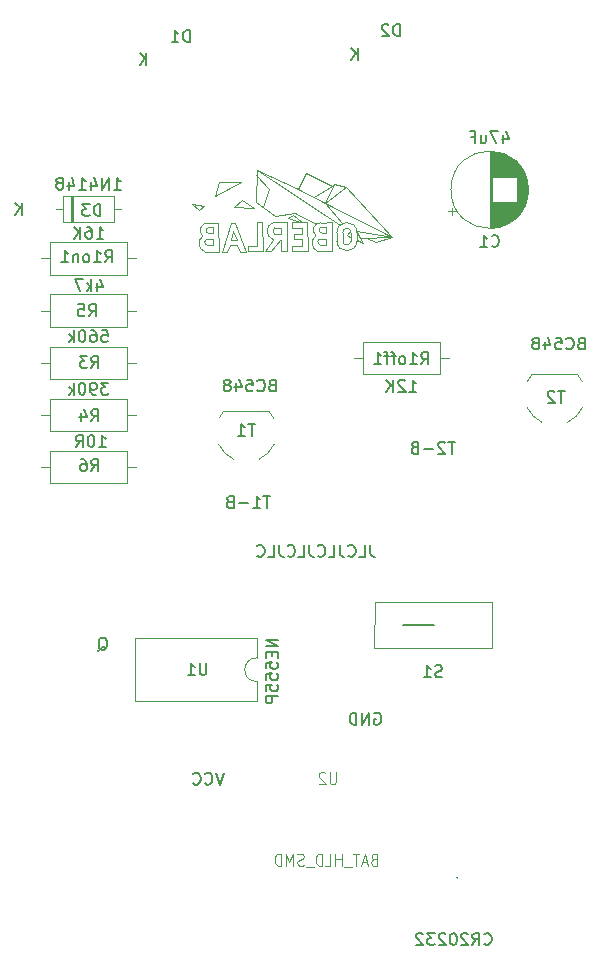
<source format=gbr>
%TF.GenerationSoftware,KiCad,Pcbnew,8.0.1*%
%TF.CreationDate,2024-04-02T10:29:12+02:00*%
%TF.ProjectId,RobiV4,526f6269-5634-42e6-9b69-6361645f7063,rev?*%
%TF.SameCoordinates,Original*%
%TF.FileFunction,Legend,Bot*%
%TF.FilePolarity,Positive*%
%FSLAX46Y46*%
G04 Gerber Fmt 4.6, Leading zero omitted, Abs format (unit mm)*
G04 Created by KiCad (PCBNEW 8.0.1) date 2024-04-02 10:29:12*
%MOMM*%
%LPD*%
G01*
G04 APERTURE LIST*
%ADD10C,0.150000*%
%ADD11C,0.050000*%
%ADD12C,0.120000*%
%ADD13C,0.010000*%
G04 APERTURE END LIST*
D10*
X146304000Y-103124000D02*
X143637000Y-103124000D01*
X143637000Y-103124000D02*
X146304000Y-103124000D01*
X140877506Y-96369819D02*
X140877506Y-97084104D01*
X140877506Y-97084104D02*
X140925125Y-97226961D01*
X140925125Y-97226961D02*
X141020363Y-97322200D01*
X141020363Y-97322200D02*
X141163220Y-97369819D01*
X141163220Y-97369819D02*
X141258458Y-97369819D01*
X139925125Y-97369819D02*
X140401315Y-97369819D01*
X140401315Y-97369819D02*
X140401315Y-96369819D01*
X139020363Y-97274580D02*
X139067982Y-97322200D01*
X139067982Y-97322200D02*
X139210839Y-97369819D01*
X139210839Y-97369819D02*
X139306077Y-97369819D01*
X139306077Y-97369819D02*
X139448934Y-97322200D01*
X139448934Y-97322200D02*
X139544172Y-97226961D01*
X139544172Y-97226961D02*
X139591791Y-97131723D01*
X139591791Y-97131723D02*
X139639410Y-96941247D01*
X139639410Y-96941247D02*
X139639410Y-96798390D01*
X139639410Y-96798390D02*
X139591791Y-96607914D01*
X139591791Y-96607914D02*
X139544172Y-96512676D01*
X139544172Y-96512676D02*
X139448934Y-96417438D01*
X139448934Y-96417438D02*
X139306077Y-96369819D01*
X139306077Y-96369819D02*
X139210839Y-96369819D01*
X139210839Y-96369819D02*
X139067982Y-96417438D01*
X139067982Y-96417438D02*
X139020363Y-96465057D01*
X138306077Y-96369819D02*
X138306077Y-97084104D01*
X138306077Y-97084104D02*
X138353696Y-97226961D01*
X138353696Y-97226961D02*
X138448934Y-97322200D01*
X138448934Y-97322200D02*
X138591791Y-97369819D01*
X138591791Y-97369819D02*
X138687029Y-97369819D01*
X137353696Y-97369819D02*
X137829886Y-97369819D01*
X137829886Y-97369819D02*
X137829886Y-96369819D01*
X136448934Y-97274580D02*
X136496553Y-97322200D01*
X136496553Y-97322200D02*
X136639410Y-97369819D01*
X136639410Y-97369819D02*
X136734648Y-97369819D01*
X136734648Y-97369819D02*
X136877505Y-97322200D01*
X136877505Y-97322200D02*
X136972743Y-97226961D01*
X136972743Y-97226961D02*
X137020362Y-97131723D01*
X137020362Y-97131723D02*
X137067981Y-96941247D01*
X137067981Y-96941247D02*
X137067981Y-96798390D01*
X137067981Y-96798390D02*
X137020362Y-96607914D01*
X137020362Y-96607914D02*
X136972743Y-96512676D01*
X136972743Y-96512676D02*
X136877505Y-96417438D01*
X136877505Y-96417438D02*
X136734648Y-96369819D01*
X136734648Y-96369819D02*
X136639410Y-96369819D01*
X136639410Y-96369819D02*
X136496553Y-96417438D01*
X136496553Y-96417438D02*
X136448934Y-96465057D01*
X135734648Y-96369819D02*
X135734648Y-97084104D01*
X135734648Y-97084104D02*
X135782267Y-97226961D01*
X135782267Y-97226961D02*
X135877505Y-97322200D01*
X135877505Y-97322200D02*
X136020362Y-97369819D01*
X136020362Y-97369819D02*
X136115600Y-97369819D01*
X134782267Y-97369819D02*
X135258457Y-97369819D01*
X135258457Y-97369819D02*
X135258457Y-96369819D01*
X133877505Y-97274580D02*
X133925124Y-97322200D01*
X133925124Y-97322200D02*
X134067981Y-97369819D01*
X134067981Y-97369819D02*
X134163219Y-97369819D01*
X134163219Y-97369819D02*
X134306076Y-97322200D01*
X134306076Y-97322200D02*
X134401314Y-97226961D01*
X134401314Y-97226961D02*
X134448933Y-97131723D01*
X134448933Y-97131723D02*
X134496552Y-96941247D01*
X134496552Y-96941247D02*
X134496552Y-96798390D01*
X134496552Y-96798390D02*
X134448933Y-96607914D01*
X134448933Y-96607914D02*
X134401314Y-96512676D01*
X134401314Y-96512676D02*
X134306076Y-96417438D01*
X134306076Y-96417438D02*
X134163219Y-96369819D01*
X134163219Y-96369819D02*
X134067981Y-96369819D01*
X134067981Y-96369819D02*
X133925124Y-96417438D01*
X133925124Y-96417438D02*
X133877505Y-96465057D01*
X133163219Y-96369819D02*
X133163219Y-97084104D01*
X133163219Y-97084104D02*
X133210838Y-97226961D01*
X133210838Y-97226961D02*
X133306076Y-97322200D01*
X133306076Y-97322200D02*
X133448933Y-97369819D01*
X133448933Y-97369819D02*
X133544171Y-97369819D01*
X132210838Y-97369819D02*
X132687028Y-97369819D01*
X132687028Y-97369819D02*
X132687028Y-96369819D01*
X131306076Y-97274580D02*
X131353695Y-97322200D01*
X131353695Y-97322200D02*
X131496552Y-97369819D01*
X131496552Y-97369819D02*
X131591790Y-97369819D01*
X131591790Y-97369819D02*
X131734647Y-97322200D01*
X131734647Y-97322200D02*
X131829885Y-97226961D01*
X131829885Y-97226961D02*
X131877504Y-97131723D01*
X131877504Y-97131723D02*
X131925123Y-96941247D01*
X131925123Y-96941247D02*
X131925123Y-96798390D01*
X131925123Y-96798390D02*
X131877504Y-96607914D01*
X131877504Y-96607914D02*
X131829885Y-96512676D01*
X131829885Y-96512676D02*
X131734647Y-96417438D01*
X131734647Y-96417438D02*
X131591790Y-96369819D01*
X131591790Y-96369819D02*
X131496552Y-96369819D01*
X131496552Y-96369819D02*
X131353695Y-96417438D01*
X131353695Y-96417438D02*
X131306076Y-96465057D01*
X150526428Y-130153580D02*
X150574047Y-130201200D01*
X150574047Y-130201200D02*
X150716904Y-130248819D01*
X150716904Y-130248819D02*
X150812142Y-130248819D01*
X150812142Y-130248819D02*
X150954999Y-130201200D01*
X150954999Y-130201200D02*
X151050237Y-130105961D01*
X151050237Y-130105961D02*
X151097856Y-130010723D01*
X151097856Y-130010723D02*
X151145475Y-129820247D01*
X151145475Y-129820247D02*
X151145475Y-129677390D01*
X151145475Y-129677390D02*
X151097856Y-129486914D01*
X151097856Y-129486914D02*
X151050237Y-129391676D01*
X151050237Y-129391676D02*
X150954999Y-129296438D01*
X150954999Y-129296438D02*
X150812142Y-129248819D01*
X150812142Y-129248819D02*
X150716904Y-129248819D01*
X150716904Y-129248819D02*
X150574047Y-129296438D01*
X150574047Y-129296438D02*
X150526428Y-129344057D01*
X149526428Y-130248819D02*
X149859761Y-129772628D01*
X150097856Y-130248819D02*
X150097856Y-129248819D01*
X150097856Y-129248819D02*
X149716904Y-129248819D01*
X149716904Y-129248819D02*
X149621666Y-129296438D01*
X149621666Y-129296438D02*
X149574047Y-129344057D01*
X149574047Y-129344057D02*
X149526428Y-129439295D01*
X149526428Y-129439295D02*
X149526428Y-129582152D01*
X149526428Y-129582152D02*
X149574047Y-129677390D01*
X149574047Y-129677390D02*
X149621666Y-129725009D01*
X149621666Y-129725009D02*
X149716904Y-129772628D01*
X149716904Y-129772628D02*
X150097856Y-129772628D01*
X149145475Y-129344057D02*
X149097856Y-129296438D01*
X149097856Y-129296438D02*
X149002618Y-129248819D01*
X149002618Y-129248819D02*
X148764523Y-129248819D01*
X148764523Y-129248819D02*
X148669285Y-129296438D01*
X148669285Y-129296438D02*
X148621666Y-129344057D01*
X148621666Y-129344057D02*
X148574047Y-129439295D01*
X148574047Y-129439295D02*
X148574047Y-129534533D01*
X148574047Y-129534533D02*
X148621666Y-129677390D01*
X148621666Y-129677390D02*
X149193094Y-130248819D01*
X149193094Y-130248819D02*
X148574047Y-130248819D01*
X147954999Y-129248819D02*
X147859761Y-129248819D01*
X147859761Y-129248819D02*
X147764523Y-129296438D01*
X147764523Y-129296438D02*
X147716904Y-129344057D01*
X147716904Y-129344057D02*
X147669285Y-129439295D01*
X147669285Y-129439295D02*
X147621666Y-129629771D01*
X147621666Y-129629771D02*
X147621666Y-129867866D01*
X147621666Y-129867866D02*
X147669285Y-130058342D01*
X147669285Y-130058342D02*
X147716904Y-130153580D01*
X147716904Y-130153580D02*
X147764523Y-130201200D01*
X147764523Y-130201200D02*
X147859761Y-130248819D01*
X147859761Y-130248819D02*
X147954999Y-130248819D01*
X147954999Y-130248819D02*
X148050237Y-130201200D01*
X148050237Y-130201200D02*
X148097856Y-130153580D01*
X148097856Y-130153580D02*
X148145475Y-130058342D01*
X148145475Y-130058342D02*
X148193094Y-129867866D01*
X148193094Y-129867866D02*
X148193094Y-129629771D01*
X148193094Y-129629771D02*
X148145475Y-129439295D01*
X148145475Y-129439295D02*
X148097856Y-129344057D01*
X148097856Y-129344057D02*
X148050237Y-129296438D01*
X148050237Y-129296438D02*
X147954999Y-129248819D01*
X147240713Y-129344057D02*
X147193094Y-129296438D01*
X147193094Y-129296438D02*
X147097856Y-129248819D01*
X147097856Y-129248819D02*
X146859761Y-129248819D01*
X146859761Y-129248819D02*
X146764523Y-129296438D01*
X146764523Y-129296438D02*
X146716904Y-129344057D01*
X146716904Y-129344057D02*
X146669285Y-129439295D01*
X146669285Y-129439295D02*
X146669285Y-129534533D01*
X146669285Y-129534533D02*
X146716904Y-129677390D01*
X146716904Y-129677390D02*
X147288332Y-130248819D01*
X147288332Y-130248819D02*
X146669285Y-130248819D01*
X146335951Y-129248819D02*
X145716904Y-129248819D01*
X145716904Y-129248819D02*
X146050237Y-129629771D01*
X146050237Y-129629771D02*
X145907380Y-129629771D01*
X145907380Y-129629771D02*
X145812142Y-129677390D01*
X145812142Y-129677390D02*
X145764523Y-129725009D01*
X145764523Y-129725009D02*
X145716904Y-129820247D01*
X145716904Y-129820247D02*
X145716904Y-130058342D01*
X145716904Y-130058342D02*
X145764523Y-130153580D01*
X145764523Y-130153580D02*
X145812142Y-130201200D01*
X145812142Y-130201200D02*
X145907380Y-130248819D01*
X145907380Y-130248819D02*
X146193094Y-130248819D01*
X146193094Y-130248819D02*
X146288332Y-130201200D01*
X146288332Y-130201200D02*
X146335951Y-130153580D01*
X145335951Y-129344057D02*
X145288332Y-129296438D01*
X145288332Y-129296438D02*
X145193094Y-129248819D01*
X145193094Y-129248819D02*
X144954999Y-129248819D01*
X144954999Y-129248819D02*
X144859761Y-129296438D01*
X144859761Y-129296438D02*
X144812142Y-129344057D01*
X144812142Y-129344057D02*
X144764523Y-129439295D01*
X144764523Y-129439295D02*
X144764523Y-129534533D01*
X144764523Y-129534533D02*
X144812142Y-129677390D01*
X144812142Y-129677390D02*
X145383570Y-130248819D01*
X145383570Y-130248819D02*
X144764523Y-130248819D01*
X158709887Y-79296009D02*
X158567030Y-79343628D01*
X158567030Y-79343628D02*
X158519411Y-79391247D01*
X158519411Y-79391247D02*
X158471792Y-79486485D01*
X158471792Y-79486485D02*
X158471792Y-79629342D01*
X158471792Y-79629342D02*
X158519411Y-79724580D01*
X158519411Y-79724580D02*
X158567030Y-79772200D01*
X158567030Y-79772200D02*
X158662268Y-79819819D01*
X158662268Y-79819819D02*
X159043220Y-79819819D01*
X159043220Y-79819819D02*
X159043220Y-78819819D01*
X159043220Y-78819819D02*
X158709887Y-78819819D01*
X158709887Y-78819819D02*
X158614649Y-78867438D01*
X158614649Y-78867438D02*
X158567030Y-78915057D01*
X158567030Y-78915057D02*
X158519411Y-79010295D01*
X158519411Y-79010295D02*
X158519411Y-79105533D01*
X158519411Y-79105533D02*
X158567030Y-79200771D01*
X158567030Y-79200771D02*
X158614649Y-79248390D01*
X158614649Y-79248390D02*
X158709887Y-79296009D01*
X158709887Y-79296009D02*
X159043220Y-79296009D01*
X157471792Y-79724580D02*
X157519411Y-79772200D01*
X157519411Y-79772200D02*
X157662268Y-79819819D01*
X157662268Y-79819819D02*
X157757506Y-79819819D01*
X157757506Y-79819819D02*
X157900363Y-79772200D01*
X157900363Y-79772200D02*
X157995601Y-79676961D01*
X157995601Y-79676961D02*
X158043220Y-79581723D01*
X158043220Y-79581723D02*
X158090839Y-79391247D01*
X158090839Y-79391247D02*
X158090839Y-79248390D01*
X158090839Y-79248390D02*
X158043220Y-79057914D01*
X158043220Y-79057914D02*
X157995601Y-78962676D01*
X157995601Y-78962676D02*
X157900363Y-78867438D01*
X157900363Y-78867438D02*
X157757506Y-78819819D01*
X157757506Y-78819819D02*
X157662268Y-78819819D01*
X157662268Y-78819819D02*
X157519411Y-78867438D01*
X157519411Y-78867438D02*
X157471792Y-78915057D01*
X156567030Y-78819819D02*
X157043220Y-78819819D01*
X157043220Y-78819819D02*
X157090839Y-79296009D01*
X157090839Y-79296009D02*
X157043220Y-79248390D01*
X157043220Y-79248390D02*
X156947982Y-79200771D01*
X156947982Y-79200771D02*
X156709887Y-79200771D01*
X156709887Y-79200771D02*
X156614649Y-79248390D01*
X156614649Y-79248390D02*
X156567030Y-79296009D01*
X156567030Y-79296009D02*
X156519411Y-79391247D01*
X156519411Y-79391247D02*
X156519411Y-79629342D01*
X156519411Y-79629342D02*
X156567030Y-79724580D01*
X156567030Y-79724580D02*
X156614649Y-79772200D01*
X156614649Y-79772200D02*
X156709887Y-79819819D01*
X156709887Y-79819819D02*
X156947982Y-79819819D01*
X156947982Y-79819819D02*
X157043220Y-79772200D01*
X157043220Y-79772200D02*
X157090839Y-79724580D01*
X155662268Y-79153152D02*
X155662268Y-79819819D01*
X155900363Y-78772200D02*
X156138458Y-79486485D01*
X156138458Y-79486485D02*
X155519411Y-79486485D01*
X154995601Y-79248390D02*
X155090839Y-79200771D01*
X155090839Y-79200771D02*
X155138458Y-79153152D01*
X155138458Y-79153152D02*
X155186077Y-79057914D01*
X155186077Y-79057914D02*
X155186077Y-79010295D01*
X155186077Y-79010295D02*
X155138458Y-78915057D01*
X155138458Y-78915057D02*
X155090839Y-78867438D01*
X155090839Y-78867438D02*
X154995601Y-78819819D01*
X154995601Y-78819819D02*
X154805125Y-78819819D01*
X154805125Y-78819819D02*
X154709887Y-78867438D01*
X154709887Y-78867438D02*
X154662268Y-78915057D01*
X154662268Y-78915057D02*
X154614649Y-79010295D01*
X154614649Y-79010295D02*
X154614649Y-79057914D01*
X154614649Y-79057914D02*
X154662268Y-79153152D01*
X154662268Y-79153152D02*
X154709887Y-79200771D01*
X154709887Y-79200771D02*
X154805125Y-79248390D01*
X154805125Y-79248390D02*
X154995601Y-79248390D01*
X154995601Y-79248390D02*
X155090839Y-79296009D01*
X155090839Y-79296009D02*
X155138458Y-79343628D01*
X155138458Y-79343628D02*
X155186077Y-79438866D01*
X155186077Y-79438866D02*
X155186077Y-79629342D01*
X155186077Y-79629342D02*
X155138458Y-79724580D01*
X155138458Y-79724580D02*
X155090839Y-79772200D01*
X155090839Y-79772200D02*
X154995601Y-79819819D01*
X154995601Y-79819819D02*
X154805125Y-79819819D01*
X154805125Y-79819819D02*
X154709887Y-79772200D01*
X154709887Y-79772200D02*
X154662268Y-79724580D01*
X154662268Y-79724580D02*
X154614649Y-79629342D01*
X154614649Y-79629342D02*
X154614649Y-79438866D01*
X154614649Y-79438866D02*
X154662268Y-79343628D01*
X154662268Y-79343628D02*
X154709887Y-79296009D01*
X154709887Y-79296009D02*
X154805125Y-79248390D01*
X132569887Y-82846009D02*
X132427030Y-82893628D01*
X132427030Y-82893628D02*
X132379411Y-82941247D01*
X132379411Y-82941247D02*
X132331792Y-83036485D01*
X132331792Y-83036485D02*
X132331792Y-83179342D01*
X132331792Y-83179342D02*
X132379411Y-83274580D01*
X132379411Y-83274580D02*
X132427030Y-83322200D01*
X132427030Y-83322200D02*
X132522268Y-83369819D01*
X132522268Y-83369819D02*
X132903220Y-83369819D01*
X132903220Y-83369819D02*
X132903220Y-82369819D01*
X132903220Y-82369819D02*
X132569887Y-82369819D01*
X132569887Y-82369819D02*
X132474649Y-82417438D01*
X132474649Y-82417438D02*
X132427030Y-82465057D01*
X132427030Y-82465057D02*
X132379411Y-82560295D01*
X132379411Y-82560295D02*
X132379411Y-82655533D01*
X132379411Y-82655533D02*
X132427030Y-82750771D01*
X132427030Y-82750771D02*
X132474649Y-82798390D01*
X132474649Y-82798390D02*
X132569887Y-82846009D01*
X132569887Y-82846009D02*
X132903220Y-82846009D01*
X131331792Y-83274580D02*
X131379411Y-83322200D01*
X131379411Y-83322200D02*
X131522268Y-83369819D01*
X131522268Y-83369819D02*
X131617506Y-83369819D01*
X131617506Y-83369819D02*
X131760363Y-83322200D01*
X131760363Y-83322200D02*
X131855601Y-83226961D01*
X131855601Y-83226961D02*
X131903220Y-83131723D01*
X131903220Y-83131723D02*
X131950839Y-82941247D01*
X131950839Y-82941247D02*
X131950839Y-82798390D01*
X131950839Y-82798390D02*
X131903220Y-82607914D01*
X131903220Y-82607914D02*
X131855601Y-82512676D01*
X131855601Y-82512676D02*
X131760363Y-82417438D01*
X131760363Y-82417438D02*
X131617506Y-82369819D01*
X131617506Y-82369819D02*
X131522268Y-82369819D01*
X131522268Y-82369819D02*
X131379411Y-82417438D01*
X131379411Y-82417438D02*
X131331792Y-82465057D01*
X130427030Y-82369819D02*
X130903220Y-82369819D01*
X130903220Y-82369819D02*
X130950839Y-82846009D01*
X130950839Y-82846009D02*
X130903220Y-82798390D01*
X130903220Y-82798390D02*
X130807982Y-82750771D01*
X130807982Y-82750771D02*
X130569887Y-82750771D01*
X130569887Y-82750771D02*
X130474649Y-82798390D01*
X130474649Y-82798390D02*
X130427030Y-82846009D01*
X130427030Y-82846009D02*
X130379411Y-82941247D01*
X130379411Y-82941247D02*
X130379411Y-83179342D01*
X130379411Y-83179342D02*
X130427030Y-83274580D01*
X130427030Y-83274580D02*
X130474649Y-83322200D01*
X130474649Y-83322200D02*
X130569887Y-83369819D01*
X130569887Y-83369819D02*
X130807982Y-83369819D01*
X130807982Y-83369819D02*
X130903220Y-83322200D01*
X130903220Y-83322200D02*
X130950839Y-83274580D01*
X129522268Y-82703152D02*
X129522268Y-83369819D01*
X129760363Y-82322200D02*
X129998458Y-83036485D01*
X129998458Y-83036485D02*
X129379411Y-83036485D01*
X128855601Y-82798390D02*
X128950839Y-82750771D01*
X128950839Y-82750771D02*
X128998458Y-82703152D01*
X128998458Y-82703152D02*
X129046077Y-82607914D01*
X129046077Y-82607914D02*
X129046077Y-82560295D01*
X129046077Y-82560295D02*
X128998458Y-82465057D01*
X128998458Y-82465057D02*
X128950839Y-82417438D01*
X128950839Y-82417438D02*
X128855601Y-82369819D01*
X128855601Y-82369819D02*
X128665125Y-82369819D01*
X128665125Y-82369819D02*
X128569887Y-82417438D01*
X128569887Y-82417438D02*
X128522268Y-82465057D01*
X128522268Y-82465057D02*
X128474649Y-82560295D01*
X128474649Y-82560295D02*
X128474649Y-82607914D01*
X128474649Y-82607914D02*
X128522268Y-82703152D01*
X128522268Y-82703152D02*
X128569887Y-82750771D01*
X128569887Y-82750771D02*
X128665125Y-82798390D01*
X128665125Y-82798390D02*
X128855601Y-82798390D01*
X128855601Y-82798390D02*
X128950839Y-82846009D01*
X128950839Y-82846009D02*
X128998458Y-82893628D01*
X128998458Y-82893628D02*
X129046077Y-82988866D01*
X129046077Y-82988866D02*
X129046077Y-83179342D01*
X129046077Y-83179342D02*
X128998458Y-83274580D01*
X128998458Y-83274580D02*
X128950839Y-83322200D01*
X128950839Y-83322200D02*
X128855601Y-83369819D01*
X128855601Y-83369819D02*
X128665125Y-83369819D01*
X128665125Y-83369819D02*
X128569887Y-83322200D01*
X128569887Y-83322200D02*
X128522268Y-83274580D01*
X128522268Y-83274580D02*
X128474649Y-83179342D01*
X128474649Y-83179342D02*
X128474649Y-82988866D01*
X128474649Y-82988866D02*
X128522268Y-82893628D01*
X128522268Y-82893628D02*
X128569887Y-82846009D01*
X128569887Y-82846009D02*
X128665125Y-82798390D01*
X121927904Y-55699819D02*
X121927904Y-54699819D01*
X121356476Y-55699819D02*
X121785047Y-55128390D01*
X121356476Y-54699819D02*
X121927904Y-55271247D01*
X139834904Y-55318819D02*
X139834904Y-54318819D01*
X139263476Y-55318819D02*
X139692047Y-54747390D01*
X139263476Y-54318819D02*
X139834904Y-54890247D01*
X125579094Y-53794819D02*
X125579094Y-52794819D01*
X125579094Y-52794819D02*
X125340999Y-52794819D01*
X125340999Y-52794819D02*
X125198142Y-52842438D01*
X125198142Y-52842438D02*
X125102904Y-52937676D01*
X125102904Y-52937676D02*
X125055285Y-53032914D01*
X125055285Y-53032914D02*
X125007666Y-53223390D01*
X125007666Y-53223390D02*
X125007666Y-53366247D01*
X125007666Y-53366247D02*
X125055285Y-53556723D01*
X125055285Y-53556723D02*
X125102904Y-53651961D01*
X125102904Y-53651961D02*
X125198142Y-53747200D01*
X125198142Y-53747200D02*
X125340999Y-53794819D01*
X125340999Y-53794819D02*
X125579094Y-53794819D01*
X124055285Y-53794819D02*
X124626713Y-53794819D01*
X124340999Y-53794819D02*
X124340999Y-52794819D01*
X124340999Y-52794819D02*
X124436237Y-52937676D01*
X124436237Y-52937676D02*
X124531475Y-53032914D01*
X124531475Y-53032914D02*
X124626713Y-53080533D01*
X143359094Y-53286819D02*
X143359094Y-52286819D01*
X143359094Y-52286819D02*
X143120999Y-52286819D01*
X143120999Y-52286819D02*
X142978142Y-52334438D01*
X142978142Y-52334438D02*
X142882904Y-52429676D01*
X142882904Y-52429676D02*
X142835285Y-52524914D01*
X142835285Y-52524914D02*
X142787666Y-52715390D01*
X142787666Y-52715390D02*
X142787666Y-52858247D01*
X142787666Y-52858247D02*
X142835285Y-53048723D01*
X142835285Y-53048723D02*
X142882904Y-53143961D01*
X142882904Y-53143961D02*
X142978142Y-53239200D01*
X142978142Y-53239200D02*
X143120999Y-53286819D01*
X143120999Y-53286819D02*
X143359094Y-53286819D01*
X142406713Y-52382057D02*
X142359094Y-52334438D01*
X142359094Y-52334438D02*
X142263856Y-52286819D01*
X142263856Y-52286819D02*
X142025761Y-52286819D01*
X142025761Y-52286819D02*
X141930523Y-52334438D01*
X141930523Y-52334438D02*
X141882904Y-52382057D01*
X141882904Y-52382057D02*
X141835285Y-52477295D01*
X141835285Y-52477295D02*
X141835285Y-52572533D01*
X141835285Y-52572533D02*
X141882904Y-52715390D01*
X141882904Y-52715390D02*
X142454332Y-53286819D01*
X142454332Y-53286819D02*
X141835285Y-53286819D01*
X151149666Y-71053580D02*
X151197285Y-71101200D01*
X151197285Y-71101200D02*
X151340142Y-71148819D01*
X151340142Y-71148819D02*
X151435380Y-71148819D01*
X151435380Y-71148819D02*
X151578237Y-71101200D01*
X151578237Y-71101200D02*
X151673475Y-71005961D01*
X151673475Y-71005961D02*
X151721094Y-70910723D01*
X151721094Y-70910723D02*
X151768713Y-70720247D01*
X151768713Y-70720247D02*
X151768713Y-70577390D01*
X151768713Y-70577390D02*
X151721094Y-70386914D01*
X151721094Y-70386914D02*
X151673475Y-70291676D01*
X151673475Y-70291676D02*
X151578237Y-70196438D01*
X151578237Y-70196438D02*
X151435380Y-70148819D01*
X151435380Y-70148819D02*
X151340142Y-70148819D01*
X151340142Y-70148819D02*
X151197285Y-70196438D01*
X151197285Y-70196438D02*
X151149666Y-70244057D01*
X150197285Y-71148819D02*
X150768713Y-71148819D01*
X150482999Y-71148819D02*
X150482999Y-70148819D01*
X150482999Y-70148819D02*
X150578237Y-70291676D01*
X150578237Y-70291676D02*
X150673475Y-70386914D01*
X150673475Y-70386914D02*
X150768713Y-70434533D01*
X152149666Y-61682152D02*
X152149666Y-62348819D01*
X152387761Y-61301200D02*
X152625856Y-62015485D01*
X152625856Y-62015485D02*
X152006809Y-62015485D01*
X151721094Y-61348819D02*
X151054428Y-61348819D01*
X151054428Y-61348819D02*
X151482999Y-62348819D01*
X150244904Y-61682152D02*
X150244904Y-62348819D01*
X150673475Y-61682152D02*
X150673475Y-62205961D01*
X150673475Y-62205961D02*
X150625856Y-62301200D01*
X150625856Y-62301200D02*
X150530618Y-62348819D01*
X150530618Y-62348819D02*
X150387761Y-62348819D01*
X150387761Y-62348819D02*
X150292523Y-62301200D01*
X150292523Y-62301200D02*
X150244904Y-62253580D01*
X149435380Y-61825009D02*
X149768713Y-61825009D01*
X149768713Y-62348819D02*
X149768713Y-61348819D01*
X149768713Y-61348819D02*
X149292523Y-61348819D01*
X118035294Y-68526819D02*
X118035294Y-67526819D01*
X118035294Y-67526819D02*
X117797199Y-67526819D01*
X117797199Y-67526819D02*
X117654342Y-67574438D01*
X117654342Y-67574438D02*
X117559104Y-67669676D01*
X117559104Y-67669676D02*
X117511485Y-67764914D01*
X117511485Y-67764914D02*
X117463866Y-67955390D01*
X117463866Y-67955390D02*
X117463866Y-68098247D01*
X117463866Y-68098247D02*
X117511485Y-68288723D01*
X117511485Y-68288723D02*
X117559104Y-68383961D01*
X117559104Y-68383961D02*
X117654342Y-68479200D01*
X117654342Y-68479200D02*
X117797199Y-68526819D01*
X117797199Y-68526819D02*
X118035294Y-68526819D01*
X117130532Y-67526819D02*
X116511485Y-67526819D01*
X116511485Y-67526819D02*
X116844818Y-67907771D01*
X116844818Y-67907771D02*
X116701961Y-67907771D01*
X116701961Y-67907771D02*
X116606723Y-67955390D01*
X116606723Y-67955390D02*
X116559104Y-68003009D01*
X116559104Y-68003009D02*
X116511485Y-68098247D01*
X116511485Y-68098247D02*
X116511485Y-68336342D01*
X116511485Y-68336342D02*
X116559104Y-68431580D01*
X116559104Y-68431580D02*
X116606723Y-68479200D01*
X116606723Y-68479200D02*
X116701961Y-68526819D01*
X116701961Y-68526819D02*
X116987675Y-68526819D01*
X116987675Y-68526819D02*
X117082913Y-68479200D01*
X117082913Y-68479200D02*
X117130532Y-68431580D01*
X119168858Y-66279819D02*
X119740286Y-66279819D01*
X119454572Y-66279819D02*
X119454572Y-65279819D01*
X119454572Y-65279819D02*
X119549810Y-65422676D01*
X119549810Y-65422676D02*
X119645048Y-65517914D01*
X119645048Y-65517914D02*
X119740286Y-65565533D01*
X118740286Y-66279819D02*
X118740286Y-65279819D01*
X118740286Y-65279819D02*
X118168858Y-66279819D01*
X118168858Y-66279819D02*
X118168858Y-65279819D01*
X117264096Y-65613152D02*
X117264096Y-66279819D01*
X117502191Y-65232200D02*
X117740286Y-65946485D01*
X117740286Y-65946485D02*
X117121239Y-65946485D01*
X116216477Y-66279819D02*
X116787905Y-66279819D01*
X116502191Y-66279819D02*
X116502191Y-65279819D01*
X116502191Y-65279819D02*
X116597429Y-65422676D01*
X116597429Y-65422676D02*
X116692667Y-65517914D01*
X116692667Y-65517914D02*
X116787905Y-65565533D01*
X115359334Y-65613152D02*
X115359334Y-66279819D01*
X115597429Y-65232200D02*
X115835524Y-65946485D01*
X115835524Y-65946485D02*
X115216477Y-65946485D01*
X114692667Y-65708390D02*
X114787905Y-65660771D01*
X114787905Y-65660771D02*
X114835524Y-65613152D01*
X114835524Y-65613152D02*
X114883143Y-65517914D01*
X114883143Y-65517914D02*
X114883143Y-65470295D01*
X114883143Y-65470295D02*
X114835524Y-65375057D01*
X114835524Y-65375057D02*
X114787905Y-65327438D01*
X114787905Y-65327438D02*
X114692667Y-65279819D01*
X114692667Y-65279819D02*
X114502191Y-65279819D01*
X114502191Y-65279819D02*
X114406953Y-65327438D01*
X114406953Y-65327438D02*
X114359334Y-65375057D01*
X114359334Y-65375057D02*
X114311715Y-65470295D01*
X114311715Y-65470295D02*
X114311715Y-65517914D01*
X114311715Y-65517914D02*
X114359334Y-65613152D01*
X114359334Y-65613152D02*
X114406953Y-65660771D01*
X114406953Y-65660771D02*
X114502191Y-65708390D01*
X114502191Y-65708390D02*
X114692667Y-65708390D01*
X114692667Y-65708390D02*
X114787905Y-65756009D01*
X114787905Y-65756009D02*
X114835524Y-65803628D01*
X114835524Y-65803628D02*
X114883143Y-65898866D01*
X114883143Y-65898866D02*
X114883143Y-66089342D01*
X114883143Y-66089342D02*
X114835524Y-66184580D01*
X114835524Y-66184580D02*
X114787905Y-66232200D01*
X114787905Y-66232200D02*
X114692667Y-66279819D01*
X114692667Y-66279819D02*
X114502191Y-66279819D01*
X114502191Y-66279819D02*
X114406953Y-66232200D01*
X114406953Y-66232200D02*
X114359334Y-66184580D01*
X114359334Y-66184580D02*
X114311715Y-66089342D01*
X114311715Y-66089342D02*
X114311715Y-65898866D01*
X114311715Y-65898866D02*
X114359334Y-65803628D01*
X114359334Y-65803628D02*
X114406953Y-65756009D01*
X114406953Y-65756009D02*
X114502191Y-65708390D01*
X111386904Y-68399819D02*
X111386904Y-67399819D01*
X110815476Y-68399819D02*
X111244047Y-67828390D01*
X110815476Y-67399819D02*
X111386904Y-67971247D01*
X131114704Y-86119619D02*
X130543276Y-86119619D01*
X130828990Y-87119619D02*
X130828990Y-86119619D01*
X129686133Y-87119619D02*
X130257561Y-87119619D01*
X129971847Y-87119619D02*
X129971847Y-86119619D01*
X129971847Y-86119619D02*
X130067085Y-86262476D01*
X130067085Y-86262476D02*
X130162323Y-86357714D01*
X130162323Y-86357714D02*
X130257561Y-86405333D01*
X157327504Y-83325619D02*
X156756076Y-83325619D01*
X157041790Y-84325619D02*
X157041790Y-83325619D01*
X156470361Y-83420857D02*
X156422742Y-83373238D01*
X156422742Y-83373238D02*
X156327504Y-83325619D01*
X156327504Y-83325619D02*
X156089409Y-83325619D01*
X156089409Y-83325619D02*
X155994171Y-83373238D01*
X155994171Y-83373238D02*
X155946552Y-83420857D01*
X155946552Y-83420857D02*
X155898933Y-83516095D01*
X155898933Y-83516095D02*
X155898933Y-83611333D01*
X155898933Y-83611333D02*
X155946552Y-83754190D01*
X155946552Y-83754190D02*
X156517980Y-84325619D01*
X156517980Y-84325619D02*
X155898933Y-84325619D01*
X117260666Y-81379219D02*
X117593999Y-80903028D01*
X117832094Y-81379219D02*
X117832094Y-80379219D01*
X117832094Y-80379219D02*
X117451142Y-80379219D01*
X117451142Y-80379219D02*
X117355904Y-80426838D01*
X117355904Y-80426838D02*
X117308285Y-80474457D01*
X117308285Y-80474457D02*
X117260666Y-80569695D01*
X117260666Y-80569695D02*
X117260666Y-80712552D01*
X117260666Y-80712552D02*
X117308285Y-80807790D01*
X117308285Y-80807790D02*
X117355904Y-80855409D01*
X117355904Y-80855409D02*
X117451142Y-80903028D01*
X117451142Y-80903028D02*
X117832094Y-80903028D01*
X116927332Y-80379219D02*
X116308285Y-80379219D01*
X116308285Y-80379219D02*
X116641618Y-80760171D01*
X116641618Y-80760171D02*
X116498761Y-80760171D01*
X116498761Y-80760171D02*
X116403523Y-80807790D01*
X116403523Y-80807790D02*
X116355904Y-80855409D01*
X116355904Y-80855409D02*
X116308285Y-80950647D01*
X116308285Y-80950647D02*
X116308285Y-81188742D01*
X116308285Y-81188742D02*
X116355904Y-81283980D01*
X116355904Y-81283980D02*
X116403523Y-81331600D01*
X116403523Y-81331600D02*
X116498761Y-81379219D01*
X116498761Y-81379219D02*
X116784475Y-81379219D01*
X116784475Y-81379219D02*
X116879713Y-81331600D01*
X116879713Y-81331600D02*
X116927332Y-81283980D01*
X118145048Y-78194819D02*
X118621238Y-78194819D01*
X118621238Y-78194819D02*
X118668857Y-78671009D01*
X118668857Y-78671009D02*
X118621238Y-78623390D01*
X118621238Y-78623390D02*
X118526000Y-78575771D01*
X118526000Y-78575771D02*
X118287905Y-78575771D01*
X118287905Y-78575771D02*
X118192667Y-78623390D01*
X118192667Y-78623390D02*
X118145048Y-78671009D01*
X118145048Y-78671009D02*
X118097429Y-78766247D01*
X118097429Y-78766247D02*
X118097429Y-79004342D01*
X118097429Y-79004342D02*
X118145048Y-79099580D01*
X118145048Y-79099580D02*
X118192667Y-79147200D01*
X118192667Y-79147200D02*
X118287905Y-79194819D01*
X118287905Y-79194819D02*
X118526000Y-79194819D01*
X118526000Y-79194819D02*
X118621238Y-79147200D01*
X118621238Y-79147200D02*
X118668857Y-79099580D01*
X117240286Y-78194819D02*
X117430762Y-78194819D01*
X117430762Y-78194819D02*
X117526000Y-78242438D01*
X117526000Y-78242438D02*
X117573619Y-78290057D01*
X117573619Y-78290057D02*
X117668857Y-78432914D01*
X117668857Y-78432914D02*
X117716476Y-78623390D01*
X117716476Y-78623390D02*
X117716476Y-79004342D01*
X117716476Y-79004342D02*
X117668857Y-79099580D01*
X117668857Y-79099580D02*
X117621238Y-79147200D01*
X117621238Y-79147200D02*
X117526000Y-79194819D01*
X117526000Y-79194819D02*
X117335524Y-79194819D01*
X117335524Y-79194819D02*
X117240286Y-79147200D01*
X117240286Y-79147200D02*
X117192667Y-79099580D01*
X117192667Y-79099580D02*
X117145048Y-79004342D01*
X117145048Y-79004342D02*
X117145048Y-78766247D01*
X117145048Y-78766247D02*
X117192667Y-78671009D01*
X117192667Y-78671009D02*
X117240286Y-78623390D01*
X117240286Y-78623390D02*
X117335524Y-78575771D01*
X117335524Y-78575771D02*
X117526000Y-78575771D01*
X117526000Y-78575771D02*
X117621238Y-78623390D01*
X117621238Y-78623390D02*
X117668857Y-78671009D01*
X117668857Y-78671009D02*
X117716476Y-78766247D01*
X116526000Y-78194819D02*
X116430762Y-78194819D01*
X116430762Y-78194819D02*
X116335524Y-78242438D01*
X116335524Y-78242438D02*
X116287905Y-78290057D01*
X116287905Y-78290057D02*
X116240286Y-78385295D01*
X116240286Y-78385295D02*
X116192667Y-78575771D01*
X116192667Y-78575771D02*
X116192667Y-78813866D01*
X116192667Y-78813866D02*
X116240286Y-79004342D01*
X116240286Y-79004342D02*
X116287905Y-79099580D01*
X116287905Y-79099580D02*
X116335524Y-79147200D01*
X116335524Y-79147200D02*
X116430762Y-79194819D01*
X116430762Y-79194819D02*
X116526000Y-79194819D01*
X116526000Y-79194819D02*
X116621238Y-79147200D01*
X116621238Y-79147200D02*
X116668857Y-79099580D01*
X116668857Y-79099580D02*
X116716476Y-79004342D01*
X116716476Y-79004342D02*
X116764095Y-78813866D01*
X116764095Y-78813866D02*
X116764095Y-78575771D01*
X116764095Y-78575771D02*
X116716476Y-78385295D01*
X116716476Y-78385295D02*
X116668857Y-78290057D01*
X116668857Y-78290057D02*
X116621238Y-78242438D01*
X116621238Y-78242438D02*
X116526000Y-78194819D01*
X115764095Y-79194819D02*
X115764095Y-78194819D01*
X115668857Y-78813866D02*
X115383143Y-79194819D01*
X115383143Y-78528152D02*
X115764095Y-78909104D01*
X117260666Y-85900419D02*
X117593999Y-85424228D01*
X117832094Y-85900419D02*
X117832094Y-84900419D01*
X117832094Y-84900419D02*
X117451142Y-84900419D01*
X117451142Y-84900419D02*
X117355904Y-84948038D01*
X117355904Y-84948038D02*
X117308285Y-84995657D01*
X117308285Y-84995657D02*
X117260666Y-85090895D01*
X117260666Y-85090895D02*
X117260666Y-85233752D01*
X117260666Y-85233752D02*
X117308285Y-85328990D01*
X117308285Y-85328990D02*
X117355904Y-85376609D01*
X117355904Y-85376609D02*
X117451142Y-85424228D01*
X117451142Y-85424228D02*
X117832094Y-85424228D01*
X116403523Y-85233752D02*
X116403523Y-85900419D01*
X116641618Y-84852800D02*
X116879713Y-85567085D01*
X116879713Y-85567085D02*
X116260666Y-85567085D01*
X118716476Y-82639819D02*
X118097429Y-82639819D01*
X118097429Y-82639819D02*
X118430762Y-83020771D01*
X118430762Y-83020771D02*
X118287905Y-83020771D01*
X118287905Y-83020771D02*
X118192667Y-83068390D01*
X118192667Y-83068390D02*
X118145048Y-83116009D01*
X118145048Y-83116009D02*
X118097429Y-83211247D01*
X118097429Y-83211247D02*
X118097429Y-83449342D01*
X118097429Y-83449342D02*
X118145048Y-83544580D01*
X118145048Y-83544580D02*
X118192667Y-83592200D01*
X118192667Y-83592200D02*
X118287905Y-83639819D01*
X118287905Y-83639819D02*
X118573619Y-83639819D01*
X118573619Y-83639819D02*
X118668857Y-83592200D01*
X118668857Y-83592200D02*
X118716476Y-83544580D01*
X117621238Y-83639819D02*
X117430762Y-83639819D01*
X117430762Y-83639819D02*
X117335524Y-83592200D01*
X117335524Y-83592200D02*
X117287905Y-83544580D01*
X117287905Y-83544580D02*
X117192667Y-83401723D01*
X117192667Y-83401723D02*
X117145048Y-83211247D01*
X117145048Y-83211247D02*
X117145048Y-82830295D01*
X117145048Y-82830295D02*
X117192667Y-82735057D01*
X117192667Y-82735057D02*
X117240286Y-82687438D01*
X117240286Y-82687438D02*
X117335524Y-82639819D01*
X117335524Y-82639819D02*
X117526000Y-82639819D01*
X117526000Y-82639819D02*
X117621238Y-82687438D01*
X117621238Y-82687438D02*
X117668857Y-82735057D01*
X117668857Y-82735057D02*
X117716476Y-82830295D01*
X117716476Y-82830295D02*
X117716476Y-83068390D01*
X117716476Y-83068390D02*
X117668857Y-83163628D01*
X117668857Y-83163628D02*
X117621238Y-83211247D01*
X117621238Y-83211247D02*
X117526000Y-83258866D01*
X117526000Y-83258866D02*
X117335524Y-83258866D01*
X117335524Y-83258866D02*
X117240286Y-83211247D01*
X117240286Y-83211247D02*
X117192667Y-83163628D01*
X117192667Y-83163628D02*
X117145048Y-83068390D01*
X116526000Y-82639819D02*
X116430762Y-82639819D01*
X116430762Y-82639819D02*
X116335524Y-82687438D01*
X116335524Y-82687438D02*
X116287905Y-82735057D01*
X116287905Y-82735057D02*
X116240286Y-82830295D01*
X116240286Y-82830295D02*
X116192667Y-83020771D01*
X116192667Y-83020771D02*
X116192667Y-83258866D01*
X116192667Y-83258866D02*
X116240286Y-83449342D01*
X116240286Y-83449342D02*
X116287905Y-83544580D01*
X116287905Y-83544580D02*
X116335524Y-83592200D01*
X116335524Y-83592200D02*
X116430762Y-83639819D01*
X116430762Y-83639819D02*
X116526000Y-83639819D01*
X116526000Y-83639819D02*
X116621238Y-83592200D01*
X116621238Y-83592200D02*
X116668857Y-83544580D01*
X116668857Y-83544580D02*
X116716476Y-83449342D01*
X116716476Y-83449342D02*
X116764095Y-83258866D01*
X116764095Y-83258866D02*
X116764095Y-83020771D01*
X116764095Y-83020771D02*
X116716476Y-82830295D01*
X116716476Y-82830295D02*
X116668857Y-82735057D01*
X116668857Y-82735057D02*
X116621238Y-82687438D01*
X116621238Y-82687438D02*
X116526000Y-82639819D01*
X115764095Y-83639819D02*
X115764095Y-82639819D01*
X115668857Y-83258866D02*
X115383143Y-83639819D01*
X115383143Y-82973152D02*
X115764095Y-83354104D01*
X117057466Y-77010419D02*
X117390799Y-76534228D01*
X117628894Y-77010419D02*
X117628894Y-76010419D01*
X117628894Y-76010419D02*
X117247942Y-76010419D01*
X117247942Y-76010419D02*
X117152704Y-76058038D01*
X117152704Y-76058038D02*
X117105085Y-76105657D01*
X117105085Y-76105657D02*
X117057466Y-76200895D01*
X117057466Y-76200895D02*
X117057466Y-76343752D01*
X117057466Y-76343752D02*
X117105085Y-76438990D01*
X117105085Y-76438990D02*
X117152704Y-76486609D01*
X117152704Y-76486609D02*
X117247942Y-76534228D01*
X117247942Y-76534228D02*
X117628894Y-76534228D01*
X116152704Y-76010419D02*
X116628894Y-76010419D01*
X116628894Y-76010419D02*
X116676513Y-76486609D01*
X116676513Y-76486609D02*
X116628894Y-76438990D01*
X116628894Y-76438990D02*
X116533656Y-76391371D01*
X116533656Y-76391371D02*
X116295561Y-76391371D01*
X116295561Y-76391371D02*
X116200323Y-76438990D01*
X116200323Y-76438990D02*
X116152704Y-76486609D01*
X116152704Y-76486609D02*
X116105085Y-76581847D01*
X116105085Y-76581847D02*
X116105085Y-76819942D01*
X116105085Y-76819942D02*
X116152704Y-76915180D01*
X116152704Y-76915180D02*
X116200323Y-76962800D01*
X116200323Y-76962800D02*
X116295561Y-77010419D01*
X116295561Y-77010419D02*
X116533656Y-77010419D01*
X116533656Y-77010419D02*
X116628894Y-76962800D01*
X116628894Y-76962800D02*
X116676513Y-76915180D01*
X117784476Y-74210152D02*
X117784476Y-74876819D01*
X118022571Y-73829200D02*
X118260666Y-74543485D01*
X118260666Y-74543485D02*
X117641619Y-74543485D01*
X117260666Y-74876819D02*
X117260666Y-73876819D01*
X117165428Y-74495866D02*
X116879714Y-74876819D01*
X116879714Y-74210152D02*
X117260666Y-74591104D01*
X116546380Y-73876819D02*
X115879714Y-73876819D01*
X115879714Y-73876819D02*
X116308285Y-74876819D01*
X117260666Y-90116819D02*
X117593999Y-89640628D01*
X117832094Y-90116819D02*
X117832094Y-89116819D01*
X117832094Y-89116819D02*
X117451142Y-89116819D01*
X117451142Y-89116819D02*
X117355904Y-89164438D01*
X117355904Y-89164438D02*
X117308285Y-89212057D01*
X117308285Y-89212057D02*
X117260666Y-89307295D01*
X117260666Y-89307295D02*
X117260666Y-89450152D01*
X117260666Y-89450152D02*
X117308285Y-89545390D01*
X117308285Y-89545390D02*
X117355904Y-89593009D01*
X117355904Y-89593009D02*
X117451142Y-89640628D01*
X117451142Y-89640628D02*
X117832094Y-89640628D01*
X116403523Y-89116819D02*
X116593999Y-89116819D01*
X116593999Y-89116819D02*
X116689237Y-89164438D01*
X116689237Y-89164438D02*
X116736856Y-89212057D01*
X116736856Y-89212057D02*
X116832094Y-89354914D01*
X116832094Y-89354914D02*
X116879713Y-89545390D01*
X116879713Y-89545390D02*
X116879713Y-89926342D01*
X116879713Y-89926342D02*
X116832094Y-90021580D01*
X116832094Y-90021580D02*
X116784475Y-90069200D01*
X116784475Y-90069200D02*
X116689237Y-90116819D01*
X116689237Y-90116819D02*
X116498761Y-90116819D01*
X116498761Y-90116819D02*
X116403523Y-90069200D01*
X116403523Y-90069200D02*
X116355904Y-90021580D01*
X116355904Y-90021580D02*
X116308285Y-89926342D01*
X116308285Y-89926342D02*
X116308285Y-89688247D01*
X116308285Y-89688247D02*
X116355904Y-89593009D01*
X116355904Y-89593009D02*
X116403523Y-89545390D01*
X116403523Y-89545390D02*
X116498761Y-89497771D01*
X116498761Y-89497771D02*
X116689237Y-89497771D01*
X116689237Y-89497771D02*
X116784475Y-89545390D01*
X116784475Y-89545390D02*
X116832094Y-89593009D01*
X116832094Y-89593009D02*
X116879713Y-89688247D01*
X117911476Y-88084819D02*
X118482904Y-88084819D01*
X118197190Y-88084819D02*
X118197190Y-87084819D01*
X118197190Y-87084819D02*
X118292428Y-87227676D01*
X118292428Y-87227676D02*
X118387666Y-87322914D01*
X118387666Y-87322914D02*
X118482904Y-87370533D01*
X117292428Y-87084819D02*
X117197190Y-87084819D01*
X117197190Y-87084819D02*
X117101952Y-87132438D01*
X117101952Y-87132438D02*
X117054333Y-87180057D01*
X117054333Y-87180057D02*
X117006714Y-87275295D01*
X117006714Y-87275295D02*
X116959095Y-87465771D01*
X116959095Y-87465771D02*
X116959095Y-87703866D01*
X116959095Y-87703866D02*
X117006714Y-87894342D01*
X117006714Y-87894342D02*
X117054333Y-87989580D01*
X117054333Y-87989580D02*
X117101952Y-88037200D01*
X117101952Y-88037200D02*
X117197190Y-88084819D01*
X117197190Y-88084819D02*
X117292428Y-88084819D01*
X117292428Y-88084819D02*
X117387666Y-88037200D01*
X117387666Y-88037200D02*
X117435285Y-87989580D01*
X117435285Y-87989580D02*
X117482904Y-87894342D01*
X117482904Y-87894342D02*
X117530523Y-87703866D01*
X117530523Y-87703866D02*
X117530523Y-87465771D01*
X117530523Y-87465771D02*
X117482904Y-87275295D01*
X117482904Y-87275295D02*
X117435285Y-87180057D01*
X117435285Y-87180057D02*
X117387666Y-87132438D01*
X117387666Y-87132438D02*
X117292428Y-87084819D01*
X115959095Y-88084819D02*
X116292428Y-87608628D01*
X116530523Y-88084819D02*
X116530523Y-87084819D01*
X116530523Y-87084819D02*
X116149571Y-87084819D01*
X116149571Y-87084819D02*
X116054333Y-87132438D01*
X116054333Y-87132438D02*
X116006714Y-87180057D01*
X116006714Y-87180057D02*
X115959095Y-87275295D01*
X115959095Y-87275295D02*
X115959095Y-87418152D01*
X115959095Y-87418152D02*
X116006714Y-87513390D01*
X116006714Y-87513390D02*
X116054333Y-87561009D01*
X116054333Y-87561009D02*
X116149571Y-87608628D01*
X116149571Y-87608628D02*
X116530523Y-87608628D01*
X118438419Y-72438419D02*
X118771752Y-71962228D01*
X119009847Y-72438419D02*
X119009847Y-71438419D01*
X119009847Y-71438419D02*
X118628895Y-71438419D01*
X118628895Y-71438419D02*
X118533657Y-71486038D01*
X118533657Y-71486038D02*
X118486038Y-71533657D01*
X118486038Y-71533657D02*
X118438419Y-71628895D01*
X118438419Y-71628895D02*
X118438419Y-71771752D01*
X118438419Y-71771752D02*
X118486038Y-71866990D01*
X118486038Y-71866990D02*
X118533657Y-71914609D01*
X118533657Y-71914609D02*
X118628895Y-71962228D01*
X118628895Y-71962228D02*
X119009847Y-71962228D01*
X117486038Y-72438419D02*
X118057466Y-72438419D01*
X117771752Y-72438419D02*
X117771752Y-71438419D01*
X117771752Y-71438419D02*
X117866990Y-71581276D01*
X117866990Y-71581276D02*
X117962228Y-71676514D01*
X117962228Y-71676514D02*
X118057466Y-71724133D01*
X116914609Y-72438419D02*
X117009847Y-72390800D01*
X117009847Y-72390800D02*
X117057466Y-72343180D01*
X117057466Y-72343180D02*
X117105085Y-72247942D01*
X117105085Y-72247942D02*
X117105085Y-71962228D01*
X117105085Y-71962228D02*
X117057466Y-71866990D01*
X117057466Y-71866990D02*
X117009847Y-71819371D01*
X117009847Y-71819371D02*
X116914609Y-71771752D01*
X116914609Y-71771752D02*
X116771752Y-71771752D01*
X116771752Y-71771752D02*
X116676514Y-71819371D01*
X116676514Y-71819371D02*
X116628895Y-71866990D01*
X116628895Y-71866990D02*
X116581276Y-71962228D01*
X116581276Y-71962228D02*
X116581276Y-72247942D01*
X116581276Y-72247942D02*
X116628895Y-72343180D01*
X116628895Y-72343180D02*
X116676514Y-72390800D01*
X116676514Y-72390800D02*
X116771752Y-72438419D01*
X116771752Y-72438419D02*
X116914609Y-72438419D01*
X116152704Y-71771752D02*
X116152704Y-72438419D01*
X116152704Y-71866990D02*
X116105085Y-71819371D01*
X116105085Y-71819371D02*
X116009847Y-71771752D01*
X116009847Y-71771752D02*
X115866990Y-71771752D01*
X115866990Y-71771752D02*
X115771752Y-71819371D01*
X115771752Y-71819371D02*
X115724133Y-71914609D01*
X115724133Y-71914609D02*
X115724133Y-72438419D01*
X114724133Y-72438419D02*
X115295561Y-72438419D01*
X115009847Y-72438419D02*
X115009847Y-71438419D01*
X115009847Y-71438419D02*
X115105085Y-71581276D01*
X115105085Y-71581276D02*
X115200323Y-71676514D01*
X115200323Y-71676514D02*
X115295561Y-71724133D01*
X117716477Y-70431819D02*
X118287905Y-70431819D01*
X118002191Y-70431819D02*
X118002191Y-69431819D01*
X118002191Y-69431819D02*
X118097429Y-69574676D01*
X118097429Y-69574676D02*
X118192667Y-69669914D01*
X118192667Y-69669914D02*
X118287905Y-69717533D01*
X116859334Y-69431819D02*
X117049810Y-69431819D01*
X117049810Y-69431819D02*
X117145048Y-69479438D01*
X117145048Y-69479438D02*
X117192667Y-69527057D01*
X117192667Y-69527057D02*
X117287905Y-69669914D01*
X117287905Y-69669914D02*
X117335524Y-69860390D01*
X117335524Y-69860390D02*
X117335524Y-70241342D01*
X117335524Y-70241342D02*
X117287905Y-70336580D01*
X117287905Y-70336580D02*
X117240286Y-70384200D01*
X117240286Y-70384200D02*
X117145048Y-70431819D01*
X117145048Y-70431819D02*
X116954572Y-70431819D01*
X116954572Y-70431819D02*
X116859334Y-70384200D01*
X116859334Y-70384200D02*
X116811715Y-70336580D01*
X116811715Y-70336580D02*
X116764096Y-70241342D01*
X116764096Y-70241342D02*
X116764096Y-70003247D01*
X116764096Y-70003247D02*
X116811715Y-69908009D01*
X116811715Y-69908009D02*
X116859334Y-69860390D01*
X116859334Y-69860390D02*
X116954572Y-69812771D01*
X116954572Y-69812771D02*
X117145048Y-69812771D01*
X117145048Y-69812771D02*
X117240286Y-69860390D01*
X117240286Y-69860390D02*
X117287905Y-69908009D01*
X117287905Y-69908009D02*
X117335524Y-70003247D01*
X116335524Y-70431819D02*
X116335524Y-69431819D01*
X115764096Y-70431819D02*
X116192667Y-69860390D01*
X115764096Y-69431819D02*
X116335524Y-70003247D01*
X146938904Y-107531200D02*
X146796047Y-107578819D01*
X146796047Y-107578819D02*
X146557952Y-107578819D01*
X146557952Y-107578819D02*
X146462714Y-107531200D01*
X146462714Y-107531200D02*
X146415095Y-107483580D01*
X146415095Y-107483580D02*
X146367476Y-107388342D01*
X146367476Y-107388342D02*
X146367476Y-107293104D01*
X146367476Y-107293104D02*
X146415095Y-107197866D01*
X146415095Y-107197866D02*
X146462714Y-107150247D01*
X146462714Y-107150247D02*
X146557952Y-107102628D01*
X146557952Y-107102628D02*
X146748428Y-107055009D01*
X146748428Y-107055009D02*
X146843666Y-107007390D01*
X146843666Y-107007390D02*
X146891285Y-106959771D01*
X146891285Y-106959771D02*
X146938904Y-106864533D01*
X146938904Y-106864533D02*
X146938904Y-106769295D01*
X146938904Y-106769295D02*
X146891285Y-106674057D01*
X146891285Y-106674057D02*
X146843666Y-106626438D01*
X146843666Y-106626438D02*
X146748428Y-106578819D01*
X146748428Y-106578819D02*
X146510333Y-106578819D01*
X146510333Y-106578819D02*
X146367476Y-106626438D01*
X145415095Y-107578819D02*
X145986523Y-107578819D01*
X145700809Y-107578819D02*
X145700809Y-106578819D01*
X145700809Y-106578819D02*
X145796047Y-106721676D01*
X145796047Y-106721676D02*
X145891285Y-106816914D01*
X145891285Y-106816914D02*
X145986523Y-106864533D01*
X126999904Y-106388819D02*
X126999904Y-107198342D01*
X126999904Y-107198342D02*
X126952285Y-107293580D01*
X126952285Y-107293580D02*
X126904666Y-107341200D01*
X126904666Y-107341200D02*
X126809428Y-107388819D01*
X126809428Y-107388819D02*
X126618952Y-107388819D01*
X126618952Y-107388819D02*
X126523714Y-107341200D01*
X126523714Y-107341200D02*
X126476095Y-107293580D01*
X126476095Y-107293580D02*
X126428476Y-107198342D01*
X126428476Y-107198342D02*
X126428476Y-106388819D01*
X125428476Y-107388819D02*
X125999904Y-107388819D01*
X125714190Y-107388819D02*
X125714190Y-106388819D01*
X125714190Y-106388819D02*
X125809428Y-106531676D01*
X125809428Y-106531676D02*
X125904666Y-106626914D01*
X125904666Y-106626914D02*
X125999904Y-106674533D01*
X133042819Y-104394333D02*
X132042819Y-104394333D01*
X132042819Y-104394333D02*
X133042819Y-104965761D01*
X133042819Y-104965761D02*
X132042819Y-104965761D01*
X132519009Y-105441952D02*
X132519009Y-105775285D01*
X133042819Y-105918142D02*
X133042819Y-105441952D01*
X133042819Y-105441952D02*
X132042819Y-105441952D01*
X132042819Y-105441952D02*
X132042819Y-105918142D01*
X132042819Y-106822904D02*
X132042819Y-106346714D01*
X132042819Y-106346714D02*
X132519009Y-106299095D01*
X132519009Y-106299095D02*
X132471390Y-106346714D01*
X132471390Y-106346714D02*
X132423771Y-106441952D01*
X132423771Y-106441952D02*
X132423771Y-106680047D01*
X132423771Y-106680047D02*
X132471390Y-106775285D01*
X132471390Y-106775285D02*
X132519009Y-106822904D01*
X132519009Y-106822904D02*
X132614247Y-106870523D01*
X132614247Y-106870523D02*
X132852342Y-106870523D01*
X132852342Y-106870523D02*
X132947580Y-106822904D01*
X132947580Y-106822904D02*
X132995200Y-106775285D01*
X132995200Y-106775285D02*
X133042819Y-106680047D01*
X133042819Y-106680047D02*
X133042819Y-106441952D01*
X133042819Y-106441952D02*
X132995200Y-106346714D01*
X132995200Y-106346714D02*
X132947580Y-106299095D01*
X132042819Y-107775285D02*
X132042819Y-107299095D01*
X132042819Y-107299095D02*
X132519009Y-107251476D01*
X132519009Y-107251476D02*
X132471390Y-107299095D01*
X132471390Y-107299095D02*
X132423771Y-107394333D01*
X132423771Y-107394333D02*
X132423771Y-107632428D01*
X132423771Y-107632428D02*
X132471390Y-107727666D01*
X132471390Y-107727666D02*
X132519009Y-107775285D01*
X132519009Y-107775285D02*
X132614247Y-107822904D01*
X132614247Y-107822904D02*
X132852342Y-107822904D01*
X132852342Y-107822904D02*
X132947580Y-107775285D01*
X132947580Y-107775285D02*
X132995200Y-107727666D01*
X132995200Y-107727666D02*
X133042819Y-107632428D01*
X133042819Y-107632428D02*
X133042819Y-107394333D01*
X133042819Y-107394333D02*
X132995200Y-107299095D01*
X132995200Y-107299095D02*
X132947580Y-107251476D01*
X132042819Y-108727666D02*
X132042819Y-108251476D01*
X132042819Y-108251476D02*
X132519009Y-108203857D01*
X132519009Y-108203857D02*
X132471390Y-108251476D01*
X132471390Y-108251476D02*
X132423771Y-108346714D01*
X132423771Y-108346714D02*
X132423771Y-108584809D01*
X132423771Y-108584809D02*
X132471390Y-108680047D01*
X132471390Y-108680047D02*
X132519009Y-108727666D01*
X132519009Y-108727666D02*
X132614247Y-108775285D01*
X132614247Y-108775285D02*
X132852342Y-108775285D01*
X132852342Y-108775285D02*
X132947580Y-108727666D01*
X132947580Y-108727666D02*
X132995200Y-108680047D01*
X132995200Y-108680047D02*
X133042819Y-108584809D01*
X133042819Y-108584809D02*
X133042819Y-108346714D01*
X133042819Y-108346714D02*
X132995200Y-108251476D01*
X132995200Y-108251476D02*
X132947580Y-108203857D01*
X133042819Y-109203857D02*
X132042819Y-109203857D01*
X132042819Y-109203857D02*
X132042819Y-109584809D01*
X132042819Y-109584809D02*
X132090438Y-109680047D01*
X132090438Y-109680047D02*
X132138057Y-109727666D01*
X132138057Y-109727666D02*
X132233295Y-109775285D01*
X132233295Y-109775285D02*
X132376152Y-109775285D01*
X132376152Y-109775285D02*
X132471390Y-109727666D01*
X132471390Y-109727666D02*
X132519009Y-109680047D01*
X132519009Y-109680047D02*
X132566628Y-109584809D01*
X132566628Y-109584809D02*
X132566628Y-109203857D01*
D11*
X137948714Y-115629019D02*
X137948714Y-116438542D01*
X137948714Y-116438542D02*
X137905857Y-116533780D01*
X137905857Y-116533780D02*
X137863000Y-116581400D01*
X137863000Y-116581400D02*
X137777285Y-116629019D01*
X137777285Y-116629019D02*
X137605857Y-116629019D01*
X137605857Y-116629019D02*
X137520142Y-116581400D01*
X137520142Y-116581400D02*
X137477285Y-116533780D01*
X137477285Y-116533780D02*
X137434428Y-116438542D01*
X137434428Y-116438542D02*
X137434428Y-115629019D01*
X137048714Y-115724257D02*
X137005857Y-115676638D01*
X137005857Y-115676638D02*
X136920143Y-115629019D01*
X136920143Y-115629019D02*
X136705857Y-115629019D01*
X136705857Y-115629019D02*
X136620143Y-115676638D01*
X136620143Y-115676638D02*
X136577285Y-115724257D01*
X136577285Y-115724257D02*
X136534428Y-115819495D01*
X136534428Y-115819495D02*
X136534428Y-115914733D01*
X136534428Y-115914733D02*
X136577285Y-116057590D01*
X136577285Y-116057590D02*
X137091571Y-116629019D01*
X137091571Y-116629019D02*
X136534428Y-116629019D01*
X141188570Y-122999209D02*
X141059998Y-123046828D01*
X141059998Y-123046828D02*
X141017141Y-123094447D01*
X141017141Y-123094447D02*
X140974284Y-123189685D01*
X140974284Y-123189685D02*
X140974284Y-123332542D01*
X140974284Y-123332542D02*
X141017141Y-123427780D01*
X141017141Y-123427780D02*
X141059998Y-123475400D01*
X141059998Y-123475400D02*
X141145713Y-123523019D01*
X141145713Y-123523019D02*
X141488570Y-123523019D01*
X141488570Y-123523019D02*
X141488570Y-122523019D01*
X141488570Y-122523019D02*
X141188570Y-122523019D01*
X141188570Y-122523019D02*
X141102856Y-122570638D01*
X141102856Y-122570638D02*
X141059998Y-122618257D01*
X141059998Y-122618257D02*
X141017141Y-122713495D01*
X141017141Y-122713495D02*
X141017141Y-122808733D01*
X141017141Y-122808733D02*
X141059998Y-122903971D01*
X141059998Y-122903971D02*
X141102856Y-122951590D01*
X141102856Y-122951590D02*
X141188570Y-122999209D01*
X141188570Y-122999209D02*
X141488570Y-122999209D01*
X140631427Y-123237304D02*
X140202856Y-123237304D01*
X140717141Y-123523019D02*
X140417141Y-122523019D01*
X140417141Y-122523019D02*
X140117141Y-123523019D01*
X139945712Y-122523019D02*
X139431427Y-122523019D01*
X139688569Y-123523019D02*
X139688569Y-122523019D01*
X139345713Y-123618257D02*
X138659998Y-123618257D01*
X138445713Y-123523019D02*
X138445713Y-122523019D01*
X138445713Y-122999209D02*
X137931427Y-122999209D01*
X137931427Y-123523019D02*
X137931427Y-122523019D01*
X137074284Y-123523019D02*
X137502856Y-123523019D01*
X137502856Y-123523019D02*
X137502856Y-122523019D01*
X136774285Y-123523019D02*
X136774285Y-122523019D01*
X136774285Y-122523019D02*
X136559999Y-122523019D01*
X136559999Y-122523019D02*
X136431428Y-122570638D01*
X136431428Y-122570638D02*
X136345713Y-122665876D01*
X136345713Y-122665876D02*
X136302856Y-122761114D01*
X136302856Y-122761114D02*
X136259999Y-122951590D01*
X136259999Y-122951590D02*
X136259999Y-123094447D01*
X136259999Y-123094447D02*
X136302856Y-123284923D01*
X136302856Y-123284923D02*
X136345713Y-123380161D01*
X136345713Y-123380161D02*
X136431428Y-123475400D01*
X136431428Y-123475400D02*
X136559999Y-123523019D01*
X136559999Y-123523019D02*
X136774285Y-123523019D01*
X136088571Y-123618257D02*
X135402856Y-123618257D01*
X135231428Y-123475400D02*
X135102857Y-123523019D01*
X135102857Y-123523019D02*
X134888571Y-123523019D01*
X134888571Y-123523019D02*
X134802857Y-123475400D01*
X134802857Y-123475400D02*
X134759999Y-123427780D01*
X134759999Y-123427780D02*
X134717142Y-123332542D01*
X134717142Y-123332542D02*
X134717142Y-123237304D01*
X134717142Y-123237304D02*
X134759999Y-123142066D01*
X134759999Y-123142066D02*
X134802857Y-123094447D01*
X134802857Y-123094447D02*
X134888571Y-123046828D01*
X134888571Y-123046828D02*
X135059999Y-122999209D01*
X135059999Y-122999209D02*
X135145714Y-122951590D01*
X135145714Y-122951590D02*
X135188571Y-122903971D01*
X135188571Y-122903971D02*
X135231428Y-122808733D01*
X135231428Y-122808733D02*
X135231428Y-122713495D01*
X135231428Y-122713495D02*
X135188571Y-122618257D01*
X135188571Y-122618257D02*
X135145714Y-122570638D01*
X135145714Y-122570638D02*
X135059999Y-122523019D01*
X135059999Y-122523019D02*
X134845714Y-122523019D01*
X134845714Y-122523019D02*
X134717142Y-122570638D01*
X134331428Y-123523019D02*
X134331428Y-122523019D01*
X134331428Y-122523019D02*
X134031428Y-123237304D01*
X134031428Y-123237304D02*
X133731428Y-122523019D01*
X133731428Y-122523019D02*
X133731428Y-123523019D01*
X133302857Y-123523019D02*
X133302857Y-122523019D01*
X133302857Y-122523019D02*
X133088571Y-122523019D01*
X133088571Y-122523019D02*
X132960000Y-122570638D01*
X132960000Y-122570638D02*
X132874285Y-122665876D01*
X132874285Y-122665876D02*
X132831428Y-122761114D01*
X132831428Y-122761114D02*
X132788571Y-122951590D01*
X132788571Y-122951590D02*
X132788571Y-123094447D01*
X132788571Y-123094447D02*
X132831428Y-123284923D01*
X132831428Y-123284923D02*
X132874285Y-123380161D01*
X132874285Y-123380161D02*
X132960000Y-123475400D01*
X132960000Y-123475400D02*
X133088571Y-123523019D01*
X133088571Y-123523019D02*
X133302857Y-123523019D01*
D10*
X141223904Y-110627438D02*
X141319142Y-110579819D01*
X141319142Y-110579819D02*
X141461999Y-110579819D01*
X141461999Y-110579819D02*
X141604856Y-110627438D01*
X141604856Y-110627438D02*
X141700094Y-110722676D01*
X141700094Y-110722676D02*
X141747713Y-110817914D01*
X141747713Y-110817914D02*
X141795332Y-111008390D01*
X141795332Y-111008390D02*
X141795332Y-111151247D01*
X141795332Y-111151247D02*
X141747713Y-111341723D01*
X141747713Y-111341723D02*
X141700094Y-111436961D01*
X141700094Y-111436961D02*
X141604856Y-111532200D01*
X141604856Y-111532200D02*
X141461999Y-111579819D01*
X141461999Y-111579819D02*
X141366761Y-111579819D01*
X141366761Y-111579819D02*
X141223904Y-111532200D01*
X141223904Y-111532200D02*
X141176285Y-111484580D01*
X141176285Y-111484580D02*
X141176285Y-111151247D01*
X141176285Y-111151247D02*
X141366761Y-111151247D01*
X140747713Y-111579819D02*
X140747713Y-110579819D01*
X140747713Y-110579819D02*
X140176285Y-111579819D01*
X140176285Y-111579819D02*
X140176285Y-110579819D01*
X139700094Y-111579819D02*
X139700094Y-110579819D01*
X139700094Y-110579819D02*
X139461999Y-110579819D01*
X139461999Y-110579819D02*
X139319142Y-110627438D01*
X139319142Y-110627438D02*
X139223904Y-110722676D01*
X139223904Y-110722676D02*
X139176285Y-110817914D01*
X139176285Y-110817914D02*
X139128666Y-111008390D01*
X139128666Y-111008390D02*
X139128666Y-111151247D01*
X139128666Y-111151247D02*
X139176285Y-111341723D01*
X139176285Y-111341723D02*
X139223904Y-111436961D01*
X139223904Y-111436961D02*
X139319142Y-111532200D01*
X139319142Y-111532200D02*
X139461999Y-111579819D01*
X139461999Y-111579819D02*
X139700094Y-111579819D01*
X128460332Y-115659819D02*
X128126999Y-116659819D01*
X128126999Y-116659819D02*
X127793666Y-115659819D01*
X126888904Y-116564580D02*
X126936523Y-116612200D01*
X126936523Y-116612200D02*
X127079380Y-116659819D01*
X127079380Y-116659819D02*
X127174618Y-116659819D01*
X127174618Y-116659819D02*
X127317475Y-116612200D01*
X127317475Y-116612200D02*
X127412713Y-116516961D01*
X127412713Y-116516961D02*
X127460332Y-116421723D01*
X127460332Y-116421723D02*
X127507951Y-116231247D01*
X127507951Y-116231247D02*
X127507951Y-116088390D01*
X127507951Y-116088390D02*
X127460332Y-115897914D01*
X127460332Y-115897914D02*
X127412713Y-115802676D01*
X127412713Y-115802676D02*
X127317475Y-115707438D01*
X127317475Y-115707438D02*
X127174618Y-115659819D01*
X127174618Y-115659819D02*
X127079380Y-115659819D01*
X127079380Y-115659819D02*
X126936523Y-115707438D01*
X126936523Y-115707438D02*
X126888904Y-115755057D01*
X125888904Y-116564580D02*
X125936523Y-116612200D01*
X125936523Y-116612200D02*
X126079380Y-116659819D01*
X126079380Y-116659819D02*
X126174618Y-116659819D01*
X126174618Y-116659819D02*
X126317475Y-116612200D01*
X126317475Y-116612200D02*
X126412713Y-116516961D01*
X126412713Y-116516961D02*
X126460332Y-116421723D01*
X126460332Y-116421723D02*
X126507951Y-116231247D01*
X126507951Y-116231247D02*
X126507951Y-116088390D01*
X126507951Y-116088390D02*
X126460332Y-115897914D01*
X126460332Y-115897914D02*
X126412713Y-115802676D01*
X126412713Y-115802676D02*
X126317475Y-115707438D01*
X126317475Y-115707438D02*
X126174618Y-115659819D01*
X126174618Y-115659819D02*
X126079380Y-115659819D01*
X126079380Y-115659819D02*
X125936523Y-115707438D01*
X125936523Y-115707438D02*
X125888904Y-115755057D01*
X148057951Y-87643619D02*
X147486523Y-87643619D01*
X147772237Y-88643619D02*
X147772237Y-87643619D01*
X147200808Y-87738857D02*
X147153189Y-87691238D01*
X147153189Y-87691238D02*
X147057951Y-87643619D01*
X147057951Y-87643619D02*
X146819856Y-87643619D01*
X146819856Y-87643619D02*
X146724618Y-87691238D01*
X146724618Y-87691238D02*
X146676999Y-87738857D01*
X146676999Y-87738857D02*
X146629380Y-87834095D01*
X146629380Y-87834095D02*
X146629380Y-87929333D01*
X146629380Y-87929333D02*
X146676999Y-88072190D01*
X146676999Y-88072190D02*
X147248427Y-88643619D01*
X147248427Y-88643619D02*
X146629380Y-88643619D01*
X146200808Y-88262666D02*
X145438904Y-88262666D01*
X144629380Y-88119809D02*
X144486523Y-88167428D01*
X144486523Y-88167428D02*
X144438904Y-88215047D01*
X144438904Y-88215047D02*
X144391285Y-88310285D01*
X144391285Y-88310285D02*
X144391285Y-88453142D01*
X144391285Y-88453142D02*
X144438904Y-88548380D01*
X144438904Y-88548380D02*
X144486523Y-88596000D01*
X144486523Y-88596000D02*
X144581761Y-88643619D01*
X144581761Y-88643619D02*
X144962713Y-88643619D01*
X144962713Y-88643619D02*
X144962713Y-87643619D01*
X144962713Y-87643619D02*
X144629380Y-87643619D01*
X144629380Y-87643619D02*
X144534142Y-87691238D01*
X144534142Y-87691238D02*
X144486523Y-87738857D01*
X144486523Y-87738857D02*
X144438904Y-87834095D01*
X144438904Y-87834095D02*
X144438904Y-87929333D01*
X144438904Y-87929333D02*
X144486523Y-88024571D01*
X144486523Y-88024571D02*
X144534142Y-88072190D01*
X144534142Y-88072190D02*
X144629380Y-88119809D01*
X144629380Y-88119809D02*
X144962713Y-88119809D01*
X145176667Y-81074419D02*
X145510000Y-80598228D01*
X145748095Y-81074419D02*
X145748095Y-80074419D01*
X145748095Y-80074419D02*
X145367143Y-80074419D01*
X145367143Y-80074419D02*
X145271905Y-80122038D01*
X145271905Y-80122038D02*
X145224286Y-80169657D01*
X145224286Y-80169657D02*
X145176667Y-80264895D01*
X145176667Y-80264895D02*
X145176667Y-80407752D01*
X145176667Y-80407752D02*
X145224286Y-80502990D01*
X145224286Y-80502990D02*
X145271905Y-80550609D01*
X145271905Y-80550609D02*
X145367143Y-80598228D01*
X145367143Y-80598228D02*
X145748095Y-80598228D01*
X144224286Y-81074419D02*
X144795714Y-81074419D01*
X144510000Y-81074419D02*
X144510000Y-80074419D01*
X144510000Y-80074419D02*
X144605238Y-80217276D01*
X144605238Y-80217276D02*
X144700476Y-80312514D01*
X144700476Y-80312514D02*
X144795714Y-80360133D01*
X143652857Y-81074419D02*
X143748095Y-81026800D01*
X143748095Y-81026800D02*
X143795714Y-80979180D01*
X143795714Y-80979180D02*
X143843333Y-80883942D01*
X143843333Y-80883942D02*
X143843333Y-80598228D01*
X143843333Y-80598228D02*
X143795714Y-80502990D01*
X143795714Y-80502990D02*
X143748095Y-80455371D01*
X143748095Y-80455371D02*
X143652857Y-80407752D01*
X143652857Y-80407752D02*
X143510000Y-80407752D01*
X143510000Y-80407752D02*
X143414762Y-80455371D01*
X143414762Y-80455371D02*
X143367143Y-80502990D01*
X143367143Y-80502990D02*
X143319524Y-80598228D01*
X143319524Y-80598228D02*
X143319524Y-80883942D01*
X143319524Y-80883942D02*
X143367143Y-80979180D01*
X143367143Y-80979180D02*
X143414762Y-81026800D01*
X143414762Y-81026800D02*
X143510000Y-81074419D01*
X143510000Y-81074419D02*
X143652857Y-81074419D01*
X143033809Y-80407752D02*
X142652857Y-80407752D01*
X142890952Y-81074419D02*
X142890952Y-80217276D01*
X142890952Y-80217276D02*
X142843333Y-80122038D01*
X142843333Y-80122038D02*
X142748095Y-80074419D01*
X142748095Y-80074419D02*
X142652857Y-80074419D01*
X142462380Y-80407752D02*
X142081428Y-80407752D01*
X142319523Y-81074419D02*
X142319523Y-80217276D01*
X142319523Y-80217276D02*
X142271904Y-80122038D01*
X142271904Y-80122038D02*
X142176666Y-80074419D01*
X142176666Y-80074419D02*
X142081428Y-80074419D01*
X141224285Y-81074419D02*
X141795713Y-81074419D01*
X141509999Y-81074419D02*
X141509999Y-80074419D01*
X141509999Y-80074419D02*
X141605237Y-80217276D01*
X141605237Y-80217276D02*
X141700475Y-80312514D01*
X141700475Y-80312514D02*
X141795713Y-80360133D01*
X144200476Y-83393619D02*
X144771904Y-83393619D01*
X144486190Y-83393619D02*
X144486190Y-82393619D01*
X144486190Y-82393619D02*
X144581428Y-82536476D01*
X144581428Y-82536476D02*
X144676666Y-82631714D01*
X144676666Y-82631714D02*
X144771904Y-82679333D01*
X143819523Y-82488857D02*
X143771904Y-82441238D01*
X143771904Y-82441238D02*
X143676666Y-82393619D01*
X143676666Y-82393619D02*
X143438571Y-82393619D01*
X143438571Y-82393619D02*
X143343333Y-82441238D01*
X143343333Y-82441238D02*
X143295714Y-82488857D01*
X143295714Y-82488857D02*
X143248095Y-82584095D01*
X143248095Y-82584095D02*
X143248095Y-82679333D01*
X143248095Y-82679333D02*
X143295714Y-82822190D01*
X143295714Y-82822190D02*
X143867142Y-83393619D01*
X143867142Y-83393619D02*
X143248095Y-83393619D01*
X142819523Y-83393619D02*
X142819523Y-82393619D01*
X142248095Y-83393619D02*
X142676666Y-82822190D01*
X142248095Y-82393619D02*
X142819523Y-82965047D01*
X117856047Y-105325057D02*
X117951285Y-105277438D01*
X117951285Y-105277438D02*
X118046523Y-105182200D01*
X118046523Y-105182200D02*
X118189380Y-105039342D01*
X118189380Y-105039342D02*
X118284618Y-104991723D01*
X118284618Y-104991723D02*
X118379856Y-104991723D01*
X118332237Y-105229819D02*
X118427475Y-105182200D01*
X118427475Y-105182200D02*
X118522713Y-105086961D01*
X118522713Y-105086961D02*
X118570332Y-104896485D01*
X118570332Y-104896485D02*
X118570332Y-104563152D01*
X118570332Y-104563152D02*
X118522713Y-104372676D01*
X118522713Y-104372676D02*
X118427475Y-104277438D01*
X118427475Y-104277438D02*
X118332237Y-104229819D01*
X118332237Y-104229819D02*
X118141761Y-104229819D01*
X118141761Y-104229819D02*
X118046523Y-104277438D01*
X118046523Y-104277438D02*
X117951285Y-104372676D01*
X117951285Y-104372676D02*
X117903666Y-104563152D01*
X117903666Y-104563152D02*
X117903666Y-104896485D01*
X117903666Y-104896485D02*
X117951285Y-105086961D01*
X117951285Y-105086961D02*
X118046523Y-105182200D01*
X118046523Y-105182200D02*
X118141761Y-105229819D01*
X118141761Y-105229819D02*
X118332237Y-105229819D01*
X132396151Y-92225419D02*
X131824723Y-92225419D01*
X132110437Y-93225419D02*
X132110437Y-92225419D01*
X130967580Y-93225419D02*
X131539008Y-93225419D01*
X131253294Y-93225419D02*
X131253294Y-92225419D01*
X131253294Y-92225419D02*
X131348532Y-92368276D01*
X131348532Y-92368276D02*
X131443770Y-92463514D01*
X131443770Y-92463514D02*
X131539008Y-92511133D01*
X130539008Y-92844466D02*
X129777104Y-92844466D01*
X128967580Y-92701609D02*
X128824723Y-92749228D01*
X128824723Y-92749228D02*
X128777104Y-92796847D01*
X128777104Y-92796847D02*
X128729485Y-92892085D01*
X128729485Y-92892085D02*
X128729485Y-93034942D01*
X128729485Y-93034942D02*
X128777104Y-93130180D01*
X128777104Y-93130180D02*
X128824723Y-93177800D01*
X128824723Y-93177800D02*
X128919961Y-93225419D01*
X128919961Y-93225419D02*
X129300913Y-93225419D01*
X129300913Y-93225419D02*
X129300913Y-92225419D01*
X129300913Y-92225419D02*
X128967580Y-92225419D01*
X128967580Y-92225419D02*
X128872342Y-92273038D01*
X128872342Y-92273038D02*
X128824723Y-92320657D01*
X128824723Y-92320657D02*
X128777104Y-92415895D01*
X128777104Y-92415895D02*
X128777104Y-92511133D01*
X128777104Y-92511133D02*
X128824723Y-92606371D01*
X128824723Y-92606371D02*
X128872342Y-92653990D01*
X128872342Y-92653990D02*
X128967580Y-92701609D01*
X128967580Y-92701609D02*
X129300913Y-92701609D01*
D11*
%TO.C,G\u002A\u002A\u002A*%
X125798000Y-67521000D02*
X126373000Y-67996000D01*
X126373000Y-67996000D02*
X126798000Y-67671000D01*
X126798000Y-67671000D02*
X125798000Y-67521000D01*
D12*
X127123000Y-69109605D02*
X128023000Y-69096000D01*
X127522999Y-70491050D02*
X127122999Y-70491050D01*
X127523000Y-69496000D02*
X127273000Y-69496000D01*
X127523000Y-69546000D02*
X127523000Y-69996000D01*
X127523000Y-69996000D02*
X127223000Y-69996000D01*
X127523000Y-70496000D02*
X127523000Y-70996000D01*
X127523000Y-70996000D02*
X127073000Y-70996000D01*
D11*
X127748000Y-66796000D02*
X128098000Y-65621000D01*
D12*
X128023000Y-69096000D02*
X128073000Y-71546000D01*
X128073000Y-71546000D02*
X126873000Y-71546000D01*
D11*
X128098000Y-65621000D02*
X129898000Y-65671000D01*
D12*
X128348000Y-71546000D02*
X129123000Y-69096000D01*
X128748000Y-71546000D02*
X128348000Y-71546000D01*
X128998000Y-70946000D02*
X128748000Y-71546000D01*
X129073000Y-70546000D02*
X129298000Y-69796000D01*
X129123000Y-69096000D02*
X129448000Y-69096000D01*
X129298000Y-69796000D02*
X129573000Y-70546000D01*
D11*
X129323000Y-67721000D02*
X130998000Y-67821000D01*
D12*
X129448000Y-69096000D02*
X130348000Y-71546000D01*
X129573000Y-70546000D02*
X129073000Y-70546000D01*
X129598000Y-70946000D02*
X128998000Y-70946000D01*
X129848000Y-71546000D02*
X129598000Y-70946000D01*
X129848000Y-71546000D02*
X130348000Y-71546000D01*
D11*
X129898000Y-65671000D02*
X127748000Y-66796000D01*
X130023000Y-67146000D02*
X129323000Y-67721000D01*
D12*
X130523000Y-71071000D02*
X130523000Y-71521000D01*
X130523000Y-71521000D02*
X131773000Y-71521000D01*
D11*
X131023000Y-67821000D02*
X130023000Y-67146000D01*
X131173000Y-67371000D02*
X132798000Y-68496000D01*
X131223000Y-65046000D02*
X132348000Y-66271000D01*
X131248000Y-64646000D02*
X131173000Y-67371000D01*
D12*
X131273000Y-71071000D02*
X130523000Y-71071000D01*
X131298000Y-69071000D02*
X131273000Y-71071000D01*
X131748000Y-69071000D02*
X131298000Y-69071000D01*
X131773000Y-71521000D02*
X131748000Y-69071000D01*
X131948000Y-71521000D02*
X132648000Y-70571000D01*
X132048000Y-71521000D02*
X131948000Y-71521000D01*
D11*
X132348000Y-66271000D02*
X131773000Y-67771000D01*
D12*
X132448000Y-71521000D02*
X132048000Y-71521000D01*
X132689269Y-69065594D02*
X133798000Y-69071000D01*
D11*
X132798000Y-68496000D02*
X134473000Y-68271000D01*
D12*
X132848000Y-69521000D02*
X133298000Y-69521000D01*
X133198000Y-70571000D02*
X132448000Y-71521000D01*
X133298000Y-69521000D02*
X133298000Y-70071000D01*
X133298000Y-70071000D02*
X132798000Y-70071000D01*
X133348000Y-70571000D02*
X133198000Y-70571000D01*
X133348000Y-71521000D02*
X133348000Y-70571000D01*
X133798000Y-69071000D02*
X133798000Y-71521000D01*
X133798000Y-71521000D02*
X133348000Y-71521000D01*
D11*
X133948000Y-68721000D02*
X134923000Y-69071000D01*
D12*
X134248000Y-69071000D02*
X135548000Y-69071000D01*
X134248000Y-69571000D02*
X134248000Y-69071000D01*
X134248000Y-71021000D02*
X135098000Y-71021000D01*
X134248000Y-71521000D02*
X134248000Y-71021000D01*
D11*
X134348000Y-68446000D02*
X133948000Y-68721000D01*
D12*
X134448000Y-70021000D02*
X135098000Y-70021000D01*
X134448000Y-70471000D02*
X134448000Y-70021000D01*
D11*
X134473000Y-68271000D02*
X136298000Y-69171000D01*
X134723000Y-66271000D02*
X131248000Y-64646000D01*
X134723000Y-66271000D02*
X137048000Y-67421000D01*
D12*
X135098000Y-69571000D02*
X134248000Y-69571000D01*
X135098000Y-70021000D02*
X135098000Y-69571000D01*
X135098000Y-70471000D02*
X134448000Y-70471000D01*
X135098000Y-71021000D02*
X135098000Y-70471000D01*
D11*
X135123000Y-69046000D02*
X134348000Y-68446000D01*
X135473000Y-64846000D02*
X134723000Y-66271000D01*
X135473000Y-64846000D02*
X137673000Y-66021000D01*
D12*
X135498000Y-71521000D02*
X134248000Y-71521000D01*
X135548000Y-69071000D02*
X135598000Y-71521000D01*
X135598000Y-71521000D02*
X135498000Y-71521000D01*
X136698000Y-69084605D02*
X137598000Y-69071000D01*
D11*
X137048000Y-67421000D02*
X138523000Y-69146000D01*
X137048000Y-67421000D02*
X142698000Y-70271000D01*
D12*
X137097999Y-70466050D02*
X136697999Y-70466050D01*
X137098000Y-69471000D02*
X136848000Y-69471000D01*
X137098000Y-69521000D02*
X137098000Y-69971000D01*
X137098000Y-69971000D02*
X136798000Y-69971000D01*
X137098000Y-70471000D02*
X137098000Y-70971000D01*
X137098000Y-70971000D02*
X136648000Y-70971000D01*
X137598000Y-69071000D02*
X137648000Y-71521000D01*
X137648000Y-71521000D02*
X136448000Y-71521000D01*
D11*
X137673000Y-66021000D02*
X136098000Y-66921000D01*
X137773000Y-65846000D02*
X137048000Y-67421000D01*
D12*
X138048000Y-69921000D02*
X138048000Y-70621000D01*
D11*
X138348000Y-69246000D02*
X131248000Y-64646000D01*
D12*
X138548000Y-69921000D02*
X138548000Y-70571000D01*
D11*
X138798000Y-66096000D02*
X137048000Y-67421000D01*
X138798000Y-66096000D02*
X137773000Y-65846000D01*
X138873000Y-70171000D02*
X139248000Y-70346000D01*
X139198000Y-69771000D02*
X138873000Y-70171000D01*
D12*
X139248000Y-69921000D02*
X139248000Y-70621000D01*
D11*
X139748000Y-70521000D02*
X140298000Y-70796000D01*
D12*
X139748000Y-70621000D02*
X139748000Y-69921000D01*
D11*
X139798000Y-69796000D02*
X140023000Y-70421000D01*
X140023000Y-70421000D02*
X142698000Y-70271000D01*
X140298000Y-70796000D02*
X139723000Y-69996000D01*
X141373000Y-70746000D02*
X140548000Y-70396000D01*
X142698000Y-70271000D02*
X138798000Y-66096000D01*
X142698000Y-70271000D02*
X139798000Y-69796000D01*
X142698000Y-70271000D02*
X141373000Y-70746000D01*
D12*
X126673001Y-70195999D02*
G75*
G02*
X127123000Y-69109606I449999J449999D01*
G01*
X126873001Y-71545998D02*
G75*
G02*
X126696744Y-70237064I249998J699998D01*
G01*
X127073001Y-70995998D02*
G75*
G02*
X127122999Y-70491051I49999J249998D01*
G01*
X127223000Y-69996000D02*
G75*
G02*
X127283634Y-69503464I0J250000D01*
G01*
X132673001Y-70520998D02*
G75*
G02*
X132689269Y-69065595I249999J724998D01*
G01*
X132798001Y-70070998D02*
G75*
G02*
X132798001Y-69521002I124999J274998D01*
G01*
X136248001Y-70170999D02*
G75*
G02*
X136698000Y-69084606I449999J449999D01*
G01*
X136448001Y-71520998D02*
G75*
G02*
X136271744Y-70212064I249998J699998D01*
G01*
X136648001Y-70970998D02*
G75*
G02*
X136697999Y-70466051I49999J249998D01*
G01*
X136798000Y-69971000D02*
G75*
G02*
X136858634Y-69478464I0J250000D01*
G01*
X138048000Y-69921000D02*
G75*
G02*
X139748000Y-69921000I850000J0D01*
G01*
X138548000Y-69921000D02*
G75*
G02*
X139248000Y-69921000I350000J0D01*
G01*
X139248000Y-70621000D02*
G75*
G02*
X138548000Y-70621000I-350000J0D01*
G01*
X139748000Y-70621000D02*
G75*
G02*
X138048000Y-70621000I-850000J0D01*
G01*
D13*
X148245361Y-124516226D02*
X148181542Y-124580045D01*
X148117723Y-124516226D01*
X148181542Y-124452407D01*
X148245361Y-124516226D01*
G36*
X148245361Y-124516226D02*
G01*
X148181542Y-124580045D01*
X148117723Y-124516226D01*
X148181542Y-124452407D01*
X148245361Y-124516226D01*
G37*
D12*
%TO.C,C1*%
X147482759Y-68133000D02*
X148112759Y-68133000D01*
X147797759Y-68448000D02*
X147797759Y-67818000D01*
X150983000Y-69524000D02*
X150983000Y-63064000D01*
X151023000Y-69524000D02*
X151023000Y-63064000D01*
X151063000Y-69524000D02*
X151063000Y-63064000D01*
X151103000Y-69522000D02*
X151103000Y-63066000D01*
X151143000Y-69521000D02*
X151143000Y-63067000D01*
X151183000Y-69518000D02*
X151183000Y-63070000D01*
X151223000Y-65254000D02*
X151223000Y-63072000D01*
X151223000Y-69516000D02*
X151223000Y-67334000D01*
X151263000Y-65254000D02*
X151263000Y-63076000D01*
X151263000Y-69512000D02*
X151263000Y-67334000D01*
X151303000Y-65254000D02*
X151303000Y-63079000D01*
X151303000Y-69509000D02*
X151303000Y-67334000D01*
X151343000Y-65254000D02*
X151343000Y-63083000D01*
X151343000Y-69505000D02*
X151343000Y-67334000D01*
X151383000Y-65254000D02*
X151383000Y-63088000D01*
X151383000Y-69500000D02*
X151383000Y-67334000D01*
X151423000Y-65254000D02*
X151423000Y-63093000D01*
X151423000Y-69495000D02*
X151423000Y-67334000D01*
X151463000Y-65254000D02*
X151463000Y-63099000D01*
X151463000Y-69489000D02*
X151463000Y-67334000D01*
X151503000Y-65254000D02*
X151503000Y-63105000D01*
X151503000Y-69483000D02*
X151503000Y-67334000D01*
X151543000Y-65254000D02*
X151543000Y-63112000D01*
X151543000Y-69476000D02*
X151543000Y-67334000D01*
X151583000Y-65254000D02*
X151583000Y-63119000D01*
X151583000Y-69469000D02*
X151583000Y-67334000D01*
X151623000Y-65254000D02*
X151623000Y-63127000D01*
X151623000Y-69461000D02*
X151623000Y-67334000D01*
X151663000Y-65254000D02*
X151663000Y-63135000D01*
X151663000Y-69453000D02*
X151663000Y-67334000D01*
X151704000Y-65254000D02*
X151704000Y-63144000D01*
X151704000Y-69444000D02*
X151704000Y-67334000D01*
X151744000Y-65254000D02*
X151744000Y-63153000D01*
X151744000Y-69435000D02*
X151744000Y-67334000D01*
X151784000Y-65254000D02*
X151784000Y-63163000D01*
X151784000Y-69425000D02*
X151784000Y-67334000D01*
X151824000Y-65254000D02*
X151824000Y-63173000D01*
X151824000Y-69415000D02*
X151824000Y-67334000D01*
X151864000Y-65254000D02*
X151864000Y-63184000D01*
X151864000Y-69404000D02*
X151864000Y-67334000D01*
X151904000Y-65254000D02*
X151904000Y-63196000D01*
X151904000Y-69392000D02*
X151904000Y-67334000D01*
X151944000Y-65254000D02*
X151944000Y-63208000D01*
X151944000Y-69380000D02*
X151944000Y-67334000D01*
X151984000Y-65254000D02*
X151984000Y-63220000D01*
X151984000Y-69368000D02*
X151984000Y-67334000D01*
X152024000Y-65254000D02*
X152024000Y-63233000D01*
X152024000Y-69355000D02*
X152024000Y-67334000D01*
X152064000Y-65254000D02*
X152064000Y-63247000D01*
X152064000Y-69341000D02*
X152064000Y-67334000D01*
X152104000Y-65254000D02*
X152104000Y-63261000D01*
X152104000Y-69327000D02*
X152104000Y-67334000D01*
X152144000Y-65254000D02*
X152144000Y-63276000D01*
X152144000Y-69312000D02*
X152144000Y-67334000D01*
X152184000Y-65254000D02*
X152184000Y-63292000D01*
X152184000Y-69296000D02*
X152184000Y-67334000D01*
X152224000Y-65254000D02*
X152224000Y-63308000D01*
X152224000Y-69280000D02*
X152224000Y-67334000D01*
X152264000Y-65254000D02*
X152264000Y-63324000D01*
X152264000Y-69264000D02*
X152264000Y-67334000D01*
X152304000Y-65254000D02*
X152304000Y-63342000D01*
X152304000Y-69246000D02*
X152304000Y-67334000D01*
X152344000Y-65254000D02*
X152344000Y-63360000D01*
X152344000Y-69228000D02*
X152344000Y-67334000D01*
X152384000Y-65254000D02*
X152384000Y-63378000D01*
X152384000Y-69210000D02*
X152384000Y-67334000D01*
X152424000Y-65254000D02*
X152424000Y-63398000D01*
X152424000Y-69190000D02*
X152424000Y-67334000D01*
X152464000Y-65254000D02*
X152464000Y-63418000D01*
X152464000Y-69170000D02*
X152464000Y-67334000D01*
X152504000Y-65254000D02*
X152504000Y-63438000D01*
X152504000Y-69150000D02*
X152504000Y-67334000D01*
X152544000Y-65254000D02*
X152544000Y-63460000D01*
X152544000Y-69128000D02*
X152544000Y-67334000D01*
X152584000Y-65254000D02*
X152584000Y-63482000D01*
X152584000Y-69106000D02*
X152584000Y-67334000D01*
X152624000Y-65254000D02*
X152624000Y-63504000D01*
X152624000Y-69084000D02*
X152624000Y-67334000D01*
X152664000Y-65254000D02*
X152664000Y-63528000D01*
X152664000Y-69060000D02*
X152664000Y-67334000D01*
X152704000Y-65254000D02*
X152704000Y-63552000D01*
X152704000Y-69036000D02*
X152704000Y-67334000D01*
X152744000Y-65254000D02*
X152744000Y-63578000D01*
X152744000Y-69010000D02*
X152744000Y-67334000D01*
X152784000Y-65254000D02*
X152784000Y-63604000D01*
X152784000Y-68984000D02*
X152784000Y-67334000D01*
X152824000Y-65254000D02*
X152824000Y-63630000D01*
X152824000Y-68958000D02*
X152824000Y-67334000D01*
X152864000Y-65254000D02*
X152864000Y-63658000D01*
X152864000Y-68930000D02*
X152864000Y-67334000D01*
X152904000Y-65254000D02*
X152904000Y-63687000D01*
X152904000Y-68901000D02*
X152904000Y-67334000D01*
X152944000Y-65254000D02*
X152944000Y-63716000D01*
X152944000Y-68872000D02*
X152944000Y-67334000D01*
X152984000Y-65254000D02*
X152984000Y-63746000D01*
X152984000Y-68842000D02*
X152984000Y-67334000D01*
X153024000Y-65254000D02*
X153024000Y-63778000D01*
X153024000Y-68810000D02*
X153024000Y-67334000D01*
X153064000Y-65254000D02*
X153064000Y-63810000D01*
X153064000Y-68778000D02*
X153064000Y-67334000D01*
X153104000Y-65254000D02*
X153104000Y-63844000D01*
X153104000Y-68744000D02*
X153104000Y-67334000D01*
X153144000Y-65254000D02*
X153144000Y-63878000D01*
X153144000Y-68710000D02*
X153144000Y-67334000D01*
X153184000Y-65254000D02*
X153184000Y-63914000D01*
X153184000Y-68674000D02*
X153184000Y-67334000D01*
X153224000Y-65254000D02*
X153224000Y-63951000D01*
X153224000Y-68637000D02*
X153224000Y-67334000D01*
X153264000Y-65254000D02*
X153264000Y-63989000D01*
X153264000Y-68599000D02*
X153264000Y-67334000D01*
X153304000Y-68559000D02*
X153304000Y-64029000D01*
X153344000Y-68518000D02*
X153344000Y-64070000D01*
X153384000Y-68476000D02*
X153384000Y-64112000D01*
X153424000Y-68431000D02*
X153424000Y-64157000D01*
X153464000Y-68386000D02*
X153464000Y-64202000D01*
X153504000Y-68338000D02*
X153504000Y-64250000D01*
X153544000Y-68289000D02*
X153544000Y-64299000D01*
X153584000Y-68238000D02*
X153584000Y-64350000D01*
X153624000Y-68184000D02*
X153624000Y-64404000D01*
X153664000Y-68128000D02*
X153664000Y-64460000D01*
X153704000Y-68070000D02*
X153704000Y-64518000D01*
X153744000Y-68008000D02*
X153744000Y-64580000D01*
X153784000Y-67944000D02*
X153784000Y-64644000D01*
X153824000Y-67875000D02*
X153824000Y-64713000D01*
X153864000Y-67803000D02*
X153864000Y-64785000D01*
X153904000Y-67726000D02*
X153904000Y-64862000D01*
X153944000Y-67644000D02*
X153944000Y-64944000D01*
X153984000Y-67556000D02*
X153984000Y-65032000D01*
X154024000Y-67459000D02*
X154024000Y-65129000D01*
X154064000Y-67353000D02*
X154064000Y-65235000D01*
X154104000Y-67234000D02*
X154104000Y-65354000D01*
X154144000Y-67096000D02*
X154144000Y-65492000D01*
X154184000Y-66927000D02*
X154184000Y-65661000D01*
X154224000Y-66696000D02*
X154224000Y-65892000D01*
X154253000Y-66294000D02*
G75*
G02*
X147713000Y-66294000I-3270000J0D01*
G01*
X147713000Y-66294000D02*
G75*
G02*
X154253000Y-66294000I3270000J0D01*
G01*
%TO.C,D3*%
X114256001Y-67945000D02*
X114906001Y-67945000D01*
X114906001Y-66825000D02*
X119146001Y-66825000D01*
X114906001Y-69065000D02*
X114906001Y-66825000D01*
X115506001Y-69065000D02*
X115506001Y-66825000D01*
X115626001Y-69065000D02*
X115626001Y-66825000D01*
X115746001Y-69065000D02*
X115746001Y-66825000D01*
X119146001Y-66825000D02*
X119146001Y-69065000D01*
X119146001Y-69065000D02*
X114906001Y-69065000D01*
X119796001Y-67945000D02*
X119146001Y-67945000D01*
%TO.C,T1*%
X128463600Y-85066400D02*
X132313600Y-85066400D01*
X128080969Y-85644355D02*
G75*
G02*
X128463600Y-85066400I2322631J-1122045D01*
G01*
X129313600Y-89116399D02*
G75*
G02*
X128055826Y-87861186I1090000J2349999D01*
G01*
X132313599Y-85066401D02*
G75*
G02*
X132705982Y-85654136I-1909999J-1699999D01*
G01*
X132740062Y-87855913D02*
G75*
G02*
X131463600Y-89116399I-2336462J1089513D01*
G01*
%TO.C,T2*%
X154574800Y-81942200D02*
X158424800Y-81942200D01*
X154192169Y-82520155D02*
G75*
G02*
X154574800Y-81942200I2322631J-1122045D01*
G01*
X155424800Y-85992199D02*
G75*
G02*
X154167026Y-84736986I1090000J2349999D01*
G01*
X158424799Y-81942201D02*
G75*
G02*
X158817182Y-82529936I-1909999J-1699999D01*
G01*
X158851262Y-84731713D02*
G75*
G02*
X157574800Y-85992199I-2336462J1089513D01*
G01*
%TO.C,R3*%
X112986001Y-80951400D02*
X113756001Y-80951400D01*
X113756001Y-79581400D02*
X120296001Y-79581400D01*
X113756001Y-82321400D02*
X113756001Y-79581400D01*
X120296001Y-79581400D02*
X120296001Y-82321400D01*
X120296001Y-82321400D02*
X113756001Y-82321400D01*
X121066001Y-80951400D02*
X120296001Y-80951400D01*
%TO.C,R4*%
X112986001Y-85370200D02*
X113756001Y-85370200D01*
X113756001Y-84000200D02*
X120296001Y-84000200D01*
X113756001Y-86740200D02*
X113756001Y-84000200D01*
X120296001Y-84000200D02*
X120296001Y-86740200D01*
X120296001Y-86740200D02*
X113756001Y-86740200D01*
X121066001Y-85370200D02*
X120296001Y-85370200D01*
%TO.C,R5*%
X112986001Y-76532600D02*
X113756001Y-76532600D01*
X113756001Y-75162600D02*
X120296001Y-75162600D01*
X113756001Y-77902600D02*
X113756001Y-75162600D01*
X120296001Y-75162600D02*
X120296001Y-77902600D01*
X120296001Y-77902600D02*
X113756001Y-77902600D01*
X121066001Y-76532600D02*
X120296001Y-76532600D01*
%TO.C,R6*%
X112986001Y-89789000D02*
X113756001Y-89789000D01*
X113756001Y-88419000D02*
X120296001Y-88419000D01*
X113756001Y-91159000D02*
X113756001Y-88419000D01*
X120296001Y-88419000D02*
X120296001Y-91159000D01*
X120296001Y-91159000D02*
X113756001Y-91159000D01*
X121066001Y-89789000D02*
X120296001Y-89789000D01*
%TO.C,R1on1*%
X112986001Y-72113800D02*
X113756001Y-72113800D01*
X113756001Y-70743800D02*
X120296001Y-70743800D01*
X113756001Y-73483800D02*
X113756001Y-70743800D01*
X120296001Y-70743800D02*
X120296001Y-73483800D01*
X120296001Y-73483800D02*
X113756001Y-73483800D01*
X121066001Y-72113800D02*
X120296001Y-72113800D01*
%TO.C,S1*%
X141249400Y-101193600D02*
X141224000Y-105130600D01*
X141249400Y-105130600D02*
X151206200Y-105130600D01*
X151206200Y-101193600D02*
X141249400Y-101193600D01*
X151206200Y-105130600D02*
X151206200Y-101193600D01*
%TO.C,U1*%
X120971000Y-109584000D02*
X120971000Y-104284000D01*
X131251000Y-109584000D02*
X120971000Y-109584000D01*
X131251000Y-107934000D02*
X131251000Y-109584000D01*
X120971000Y-104284000D02*
X131251000Y-104284000D01*
X131251000Y-104284000D02*
X131251000Y-105934000D01*
X131251000Y-107934000D02*
G75*
G02*
X131251000Y-105934000I0J1000000D01*
G01*
%TO.C,R1off1*%
X147550000Y-80568800D02*
X146780000Y-80568800D01*
X146780000Y-81938800D02*
X140240000Y-81938800D01*
X146780000Y-79198800D02*
X146780000Y-81938800D01*
X140240000Y-81938800D02*
X140240000Y-79198800D01*
X140240000Y-79198800D02*
X146780000Y-79198800D01*
X139470000Y-80568800D02*
X140240000Y-80568800D01*
%TD*%
M02*

</source>
